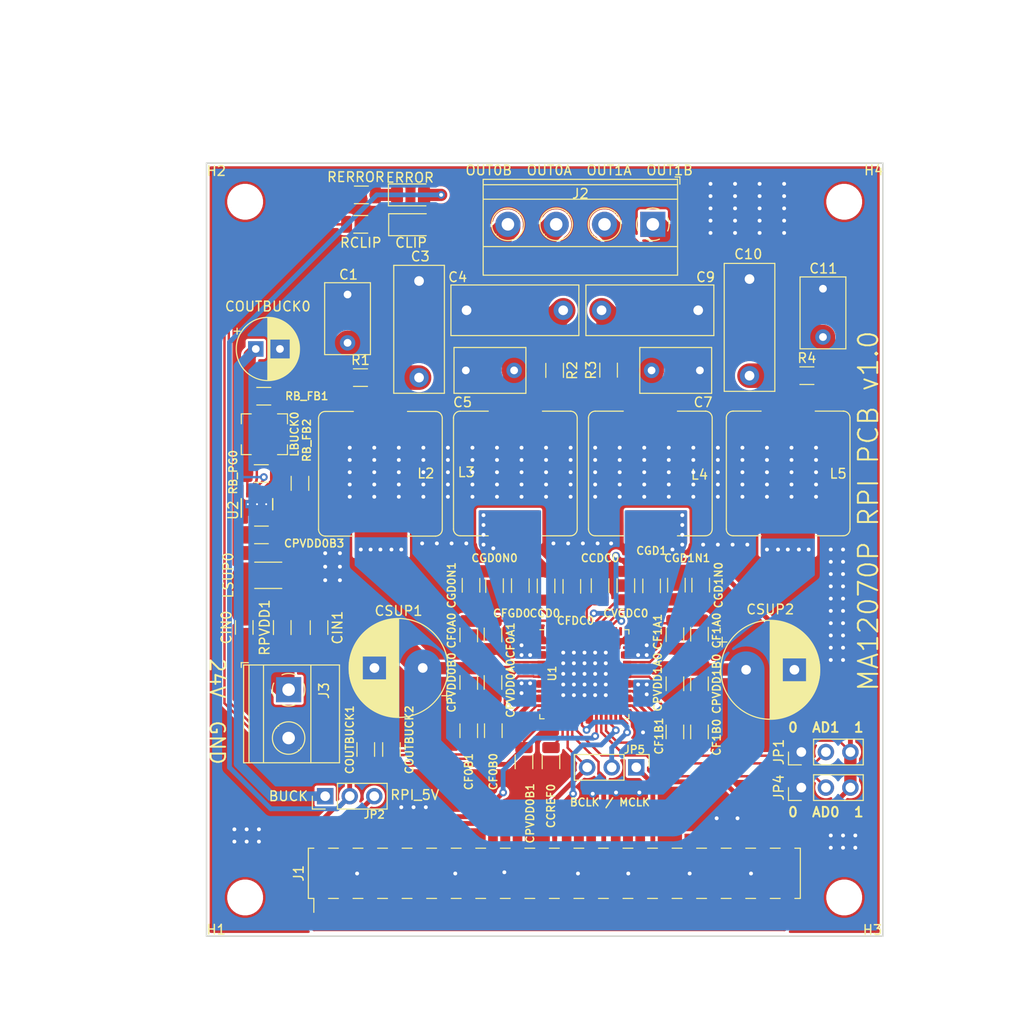
<source format=kicad_pcb>
(kicad_pcb (version 20171130) (host pcbnew 5.1.8)
  (layers (0 F.Cu signal) (31 B.Cu signal) (34 B.Paste user) (35 F.Paste user) (36 B.SilkS user) (37 F.SilkS user) (38 B.Mask user) (39 F.Mask user) (44 Edge.Cuts user))
  (net 0 "")
  (net 1 "Net-(C1-Pad2)")
  (net 2 GND)
  (net 3 "Net-(C3-Pad2)")
  (net 4 "Net-(C4-Pad1)")
  (net 5 "Net-(C5-Pad1)")
  (net 6 "Net-(C7-Pad2)")
  (net 7 "Net-(C9-Pad2)")
  (net 8 "Net-(C10-Pad1)")
  (net 9 "Net-(C11-Pad1)")
  (net 10 "Net-(CCDC0-Pad1)")
  (net 11 "Net-(CCREF0-Pad1)")
  (net 12 "Net-(CF0A0-Pad2)")
  (net 13 "Net-(CF0A0-Pad1)")
  (net 14 "Net-(CF0B0-Pad2)")
  (net 15 "Net-(CF0B0-Pad1)")
  (net 16 "Net-(CF1A0-Pad2)")
  (net 17 "Net-(CF1A0-Pad1)")
  (net 18 "Net-(CF1B0-Pad2)")
  (net 19 "Net-(CF1B0-Pad1)")
  (net 20 "Net-(CFDC0-Pad2)")
  (net 21 "Net-(CFDC0-Pad1)")
  (net 22 "Net-(CFGD0-Pad2)")
  (net 23 "Net-(CFGD0-Pad1)")
  (net 24 "Net-(CGD0-Pad2)")
  (net 25 "Net-(CGD1-Pad2)")
  (net 26 "Net-(CIN0-Pad2)")
  (net 27 /PVDD)
  (net 28 /VDD)
  (net 29 "Net-(CLIP_LED_0-Pad1)")
  (net 30 "Net-(CVGDC0-Pad1)")
  (net 31 "Net-(ERROR_LED_0-Pad1)")
  (net 32 /RPI_I2S_DATA)
  (net 33 /RPI_I2S_WS)
  (net 34 /KALI_I2S_MCLK)
  (net 35 /RPI_I2S_BCLK)
  (net 36 /RPI_I2C_SCL)
  (net 37 /RPI_I2C_SDA)
  (net 38 "Net-(J3-Pad1)")
  (net 39 "Net-(JP5-Pad2)")
  (net 40 /OUT0A)
  (net 41 /OUT0B)
  (net 42 /OUT1A)
  (net 43 /OUT1B)
  (net 44 "Net-(LBUCK0-Pad2)")
  (net 45 "Net-(RB_FB1-Pad1)")
  (net 46 "Net-(RB_PG0-Pad1)")
  (net 47 /ERROR)
  (net 48 /CLIP)
  (net 49 "Net-(CGD0-Pad1)")
  (net 50 "Net-(CGD1-Pad1)")
  (net 51 /BUCK_5V)
  (net 52 /RPI_5V)
  (net 53 /AD1)
  (net 54 /AD0)
  (module Connector_PinHeader_2.54mm:PinHeader_1x03_P2.54mm_Vertical (layer F.Cu) (at 153.4795 85.5345 270)
    (fp_text reference JP5 (at -1.8415 0.1905 180) (layer F.SilkS) (effects (font (size 0.8 0.8))))
    (fp_text value Jumper_3_Open)
    (pad 3 thru_hole oval (at 0 5.08 270) (size 1.7 1.7) (drill 1) (layers *.Cu *.Mask) (net 35 /RPI_I2S_BCLK))
    (pad 2 thru_hole oval (at 0 2.54 270) (size 1.7 1.7) (drill 1) (layers *.Cu *.Mask) (net 39 "Net-(JP5-Pad2)"))
    (pad 1 thru_hole rect (at 0 0 270) (size 1.7 1.7) (drill 1) (layers *.Cu *.Mask) (net 34 /KALI_I2S_MCLK))
  )
  (module Connector_PinHeader_2.54mm:PinHeader_1x03_P2.54mm_Vertical (layer F.Cu) (at 170.561 87.63 90)
    (fp_text reference JP4 (at 0 -2.33 90) (layer F.SilkS))
    (fp_text value Jumper_3_Open)
    (pad 3 thru_hole oval (at 0 5.08 90) (size 1.7 1.7) (drill 1) (layers *.Cu *.Mask) (net 28 /VDD))
    (pad 2 thru_hole oval (at 0 2.54 90) (size 1.7 1.7) (drill 1) (layers *.Cu *.Mask) (net 54 /AD0))
    (pad 1 thru_hole rect (at 0 0 90) (size 1.7 1.7) (drill 1) (layers *.Cu *.Mask) (net 2 GND))
  )
  (module Connector_PinHeader_2.54mm:PinHeader_1x03_P2.54mm_Vertical (layer F.Cu) (at 121.285 88.519 90)
    (fp_text reference JP2 (at -1.905 5.08 180) (layer F.SilkS) (effects (font (size 0.8 0.8))))
    (fp_text value Jumper_3_Open)
    (pad 3 thru_hole oval (at 0 5.08 90) (size 1.7 1.7) (drill 1) (layers *.Cu *.Mask) (net 52 /RPI_5V))
    (pad 2 thru_hole oval (at 0 2.54 90) (size 1.7 1.7) (drill 1) (layers *.Cu *.Mask) (net 28 /VDD))
    (pad 1 thru_hole rect (at 0 0 90) (size 1.7 1.7) (drill 1) (layers *.Cu *.Mask) (net 51 /BUCK_5V))
  )
  (module Connector_PinHeader_2.54mm:PinHeader_1x03_P2.54mm_Vertical (layer F.Cu) (at 170.561 83.947 90)
    (fp_text reference JP1 (at 0 -2.33 90) (layer F.SilkS))
    (fp_text value Jumper_3_Open)
    (pad 3 thru_hole oval (at 0 5.08 90) (size 1.7 1.7) (drill 1) (layers *.Cu *.Mask) (net 28 /VDD))
    (pad 2 thru_hole oval (at 0 2.54 90) (size 1.7 1.7) (drill 1) (layers *.Cu *.Mask) (net 53 /AD1))
    (pad 1 thru_hole rect (at 0 0 90) (size 1.7 1.7) (drill 1) (layers *.Cu *.Mask) (net 2 GND))
  )
  (module Connector_PinHeader_2.54mm:PinHeader_2x20_P2.54mm_Vertical_SMD (layer F.Cu) (at 145 96.5 90)
    (fp_text reference J1 (at 0 -26.46 90) (layer F.SilkS))
    (fp_text value RPI_GPIO)
    (pad 40 smd rect (at 2.525 24.13 90) (size 3.15 1) (layers F.Cu F.Paste F.Mask) (net 32 /RPI_I2S_DATA))
    (pad 39 smd rect (at -2.525 24.13 90) (size 3.15 1) (layers F.Cu F.Paste F.Mask) (net 2 GND))
    (pad 38 smd rect (at 2.525 21.59 90) (size 3.15 1) (layers F.Cu F.Paste F.Mask))
    (pad 37 smd rect (at -2.525 21.59 90) (size 3.15 1) (layers F.Cu F.Paste F.Mask))
    (pad 36 smd rect (at 2.525 19.05 90) (size 3.15 1) (layers F.Cu F.Paste F.Mask))
    (pad 35 smd rect (at -2.525 19.05 90) (size 3.15 1) (layers F.Cu F.Paste F.Mask) (net 33 /RPI_I2S_WS))
    (pad 34 smd rect (at 2.525 16.51 90) (size 3.15 1) (layers F.Cu F.Paste F.Mask) (net 2 GND))
    (pad 33 smd rect (at -2.525 16.51 90) (size 3.15 1) (layers F.Cu F.Paste F.Mask))
    (pad 32 smd rect (at 2.525 13.97 90) (size 3.15 1) (layers F.Cu F.Paste F.Mask))
    (pad 31 smd rect (at -2.525 13.97 90) (size 3.15 1) (layers F.Cu F.Paste F.Mask))
    (pad 30 smd rect (at 2.525 11.43 90) (size 3.15 1) (layers F.Cu F.Paste F.Mask) (net 2 GND))
    (pad 29 smd rect (at -2.525 11.43 90) (size 3.15 1) (layers F.Cu F.Paste F.Mask) (net 34 /KALI_I2S_MCLK))
    (pad 28 smd rect (at 2.525 8.89 90) (size 3.15 1) (layers F.Cu F.Paste F.Mask))
    (pad 27 smd rect (at -2.525 8.89 90) (size 3.15 1) (layers F.Cu F.Paste F.Mask))
    (pad 26 smd rect (at 2.525 6.35 90) (size 3.15 1) (layers F.Cu F.Paste F.Mask))
    (pad 25 smd rect (at -2.525 6.35 90) (size 3.15 1) (layers F.Cu F.Paste F.Mask) (net 2 GND))
    (pad 24 smd rect (at 2.525 3.81 90) (size 3.15 1) (layers F.Cu F.Paste F.Mask))
    (pad 23 smd rect (at -2.525 3.81 90) (size 3.15 1) (layers F.Cu F.Paste F.Mask))
    (pad 22 smd rect (at 2.525 1.27 90) (size 3.15 1) (layers F.Cu F.Paste F.Mask))
    (pad 21 smd rect (at -2.525 1.27 90) (size 3.15 1) (layers F.Cu F.Paste F.Mask))
    (pad 20 smd rect (at 2.525 -1.27 90) (size 3.15 1) (layers F.Cu F.Paste F.Mask) (net 2 GND))
    (pad 19 smd rect (at -2.525 -1.27 90) (size 3.15 1) (layers F.Cu F.Paste F.Mask))
    (pad 18 smd rect (at 2.525 -3.81 90) (size 3.15 1) (layers F.Cu F.Paste F.Mask))
    (pad 17 smd rect (at -2.525 -3.81 90) (size 3.15 1) (layers F.Cu F.Paste F.Mask))
    (pad 16 smd rect (at 2.525 -6.35 90) (size 3.15 1) (layers F.Cu F.Paste F.Mask))
    (pad 15 smd rect (at -2.525 -6.35 90) (size 3.15 1) (layers F.Cu F.Paste F.Mask))
    (pad 14 smd rect (at 2.525 -8.89 90) (size 3.15 1) (layers F.Cu F.Paste F.Mask) (net 2 GND))
    (pad 13 smd rect (at -2.525 -8.89 90) (size 3.15 1) (layers F.Cu F.Paste F.Mask))
    (pad 12 smd rect (at 2.525 -11.43 90) (size 3.15 1) (layers F.Cu F.Paste F.Mask) (net 35 /RPI_I2S_BCLK))
    (pad 11 smd rect (at -2.525 -11.43 90) (size 3.15 1) (layers F.Cu F.Paste F.Mask))
    (pad 10 smd rect (at 2.525 -13.97 90) (size 3.15 1) (layers F.Cu F.Paste F.Mask))
    (pad 9 smd rect (at -2.525 -13.97 90) (size 3.15 1) (layers F.Cu F.Paste F.Mask) (net 2 GND))
    (pad 8 smd rect (at 2.525 -16.51 90) (size 3.15 1) (layers F.Cu F.Paste F.Mask))
    (pad 7 smd rect (at -2.525 -16.51 90) (size 3.15 1) (layers F.Cu F.Paste F.Mask))
    (pad 6 smd rect (at 2.525 -19.05 90) (size 3.15 1) (layers F.Cu F.Paste F.Mask) (net 2 GND))
    (pad 5 smd rect (at -2.525 -19.05 90) (size 3.15 1) (layers F.Cu F.Paste F.Mask) (net 36 /RPI_I2C_SCL))
    (pad 4 smd rect (at 2.525 -21.59 90) (size 3.15 1) (layers F.Cu F.Paste F.Mask) (net 52 /RPI_5V))
    (pad 3 smd rect (at -2.525 -21.59 90) (size 3.15 1) (layers F.Cu F.Paste F.Mask) (net 37 /RPI_I2C_SDA))
    (pad 2 smd rect (at 2.525 -24.13 90) (size 3.15 1) (layers F.Cu F.Paste F.Mask) (net 52 /RPI_5V))
    (pad 1 smd rect (at -2.525 -24.13 90) (size 3.15 1) (layers F.Cu F.Paste F.Mask))
  )
  (module Resistor_SMD:R_1206_3216Metric (layer F.Cu) (at 124.966 29.337)
    (fp_text reference RCLIP (at 0.002 1.905) (layer F.SilkS))
    (fp_text value 2k)
    (pad 2 smd roundrect (at 1.4625 0) (size 1.125 1.75) (layers F.Cu F.Paste F.Mask) (roundrect_rratio 0.2222213333333333) (net 29 "Net-(CLIP_LED_0-Pad1)"))
    (pad 1 smd roundrect (at -1.4625 0) (size 1.125 1.75) (layers F.Cu F.Paste F.Mask) (roundrect_rratio 0.2222213333333333) (net 48 /CLIP))
  )
  (module Resistor_SMD:R_1206_3216Metric (layer F.Cu) (at 125.0315 26.289)
    (fp_text reference RERROR (at -0.5715 -1.8415) (layer F.SilkS))
    (fp_text value 2k)
    (pad 2 smd roundrect (at 1.4625 0) (size 1.125 1.75) (layers F.Cu F.Paste F.Mask) (roundrect_rratio 0.2222213333333333) (net 31 "Net-(ERROR_LED_0-Pad1)"))
    (pad 1 smd roundrect (at -1.4625 0) (size 1.125 1.75) (layers F.Cu F.Paste F.Mask) (roundrect_rratio 0.2222213333333333) (net 47 /ERROR))
  )
  (module Resistor_SMD:R_1206_3216Metric (layer F.Cu) (at 114.671 55.126 180)
    (fp_text reference RB_PG0 (at 2.911 0.135 90) (layer F.SilkS) (effects (font (size 0.8 0.8))))
    (fp_text value 100k)
    (pad 2 smd roundrect (at 1.4625 0 180) (size 1.125 1.75) (layers F.Cu F.Paste F.Mask) (roundrect_rratio 0.2222213333333333) (net 51 /BUCK_5V))
    (pad 1 smd roundrect (at -1.4625 0 180) (size 1.125 1.75) (layers F.Cu F.Paste F.Mask) (roundrect_rratio 0.2222213333333333) (net 46 "Net-(RB_PG0-Pad1)"))
  )
  (module Resistor_SMD:R_1206_3216Metric (layer F.Cu) (at 118.6735 56.142 90)
    (fp_text reference RB_FB2 (at 4.453 0.7065 90) (layer F.SilkS) (effects (font (size 0.8 0.8))))
    (fp_text value 383k)
    (pad 2 smd roundrect (at 1.4625 0 90) (size 1.125 1.75) (layers F.Cu F.Paste F.Mask) (roundrect_rratio 0.2222213333333333) (net 45 "Net-(RB_FB1-Pad1)"))
    (pad 1 smd roundrect (at -1.4625 0 90) (size 1.125 1.75) (layers F.Cu F.Paste F.Mask) (roundrect_rratio 0.2222213333333333) (net 2 GND))
  )
  (module Resistor_SMD:R_1206_3216Metric (layer F.Cu) (at 114.929 47.125 180)
    (fp_text reference RB_FB1 (at -4.451 0.008) (layer F.SilkS) (effects (font (size 0.8 0.8))))
    (fp_text value 1M)
    (pad 2 smd roundrect (at 1.4625 0 180) (size 1.125 1.75) (layers F.Cu F.Paste F.Mask) (roundrect_rratio 0.2222213333333333) (net 51 /BUCK_5V))
    (pad 1 smd roundrect (at -1.4625 0 180) (size 1.125 1.75) (layers F.Cu F.Paste F.Mask) (roundrect_rratio 0.2222213333333333) (net 45 "Net-(RB_FB1-Pad1)"))
  )
  (module Resistor_SMD:R_1206_3216Metric (layer F.Cu) (at 171.1375 45)
    (fp_text reference R4 (at 0 -1.82) (layer F.SilkS))
    (fp_text value 3.6)
    (pad 2 smd roundrect (at 1.4625 0) (size 1.125 1.75) (layers F.Cu F.Paste F.Mask) (roundrect_rratio 0.2222213333333333) (net 9 "Net-(C11-Pad1)"))
    (pad 1 smd roundrect (at -1.4625 0) (size 1.125 1.75) (layers F.Cu F.Paste F.Mask) (roundrect_rratio 0.2222213333333333) (net 8 "Net-(C10-Pad1)"))
  )
  (module Resistor_SMD:R_1206_3216Metric (layer F.Cu) (at 150.617 44.428 90)
    (fp_text reference R3 (at 0 -1.82 90) (layer F.SilkS))
    (fp_text value 3.6)
    (pad 2 smd roundrect (at 1.4625 0 90) (size 1.125 1.75) (layers F.Cu F.Paste F.Mask) (roundrect_rratio 0.2222213333333333) (net 7 "Net-(C9-Pad2)"))
    (pad 1 smd roundrect (at -1.4625 0 90) (size 1.125 1.75) (layers F.Cu F.Paste F.Mask) (roundrect_rratio 0.2222213333333333) (net 6 "Net-(C7-Pad2)"))
  )
  (module Resistor_SMD:R_1206_3216Metric (layer F.Cu) (at 145.029 44.454 270)
    (fp_text reference R2 (at 0 -1.82 90) (layer F.SilkS))
    (fp_text value 3.6)
    (pad 2 smd roundrect (at 1.4625 0 270) (size 1.125 1.75) (layers F.Cu F.Paste F.Mask) (roundrect_rratio 0.2222213333333333) (net 5 "Net-(C5-Pad1)"))
    (pad 1 smd roundrect (at -1.4625 0 270) (size 1.125 1.75) (layers F.Cu F.Paste F.Mask) (roundrect_rratio 0.2222213333333333) (net 4 "Net-(C4-Pad1)"))
  )
  (module Resistor_SMD:R_1206_3216Metric (layer F.Cu) (at 124.9375 45.2)
    (fp_text reference R1 (at 0 -1.82) (layer F.SilkS))
    (fp_text value 3.6)
    (pad 2 smd roundrect (at 1.4625 0) (size 1.125 1.75) (layers F.Cu F.Paste F.Mask) (roundrect_rratio 0.2222213333333333) (net 3 "Net-(C3-Pad2)"))
    (pad 1 smd roundrect (at -1.4625 0) (size 1.125 1.75) (layers F.Cu F.Paste F.Mask) (roundrect_rratio 0.2222213333333333) (net 1 "Net-(C1-Pad2)"))
  )
  (module Package_SON:WSON-10-1EP_2x3mm_P0.5mm_EP0.84x2.4mm_ThermalVias (layer F.Cu) (at 114.2285 58.301 90)
    (fp_text reference U2 (at -0.627 -2.4685 90) (layer F.SilkS))
    (fp_text value TPS62175DQC)
    (pad 11 smd rect (at 0 0 90) (size 0.84 2.4) (layers F.Cu F.Mask) (net 2 GND))
    (pad 10 smd rect (at 0.95 -1 90) (size 0.5 0.25) (layers F.Cu F.Paste F.Mask) (net 51 /BUCK_5V))
    (pad 9 smd rect (at 0.95 -0.5 90) (size 0.5 0.25) (layers F.Cu F.Paste F.Mask) (net 44 "Net-(LBUCK0-Pad2)"))
    (pad 8 smd rect (at 0.95 0 90) (size 0.5 0.25) (layers F.Cu F.Paste F.Mask) (net 51 /BUCK_5V))
    (pad 7 smd rect (at 0.95 0.5 90) (size 0.5 0.25) (layers F.Cu F.Paste F.Mask) (net 46 "Net-(RB_PG0-Pad1)"))
    (pad 6 smd rect (at 0.95 1 90) (size 0.5 0.25) (layers F.Cu F.Paste F.Mask) (net 2 GND))
    (pad 5 smd rect (at -0.95 1 90) (size 0.5 0.25) (layers F.Cu F.Paste F.Mask) (net 45 "Net-(RB_FB1-Pad1)"))
    (pad 4 smd rect (at -0.95 0.5 90) (size 0.5 0.25) (layers F.Cu F.Paste F.Mask) (net 2 GND))
    (pad 3 smd rect (at -0.95 0 90) (size 0.5 0.25) (layers F.Cu F.Paste F.Mask) (net 27 /PVDD))
    (pad 2 smd rect (at -0.95 -0.5 90) (size 0.5 0.25) (layers F.Cu F.Paste F.Mask) (net 27 /PVDD))
    (pad 1 smd rect (at -0.95 -1 90) (size 0.5 0.25) (layers F.Cu F.Paste F.Mask) (net 2 GND))
    (pad 11 smd rect (at 0 0 90) (size 0.84 2.4) (layers B.Cu) (net 2 GND))
    (pad 11 thru_hole circle (at 0 0 90) (size 0.5 0.5) (drill 0.2) (layers *.Cu F.Mask) (net 2 GND))
    (pad 11 thru_hole circle (at 0 -0.95 90) (size 0.5 0.5) (drill 0.2) (layers *.Cu F.Mask) (net 2 GND))
    (pad 11 thru_hole circle (at 0 0.95 90) (size 0.5 0.5) (drill 0.2) (layers *.Cu F.Mask) (net 2 GND))
  )
  (module Package_DFN_QFN:QFN-64-1EP_9x9mm_P0.5mm_EP5.45x5.45mm (layer F.Cu) (at 148.105 75.898)
    (fp_text reference U1 (at -3.325 -0.079 90) (layer F.SilkS) (effects (font (size 0.8 0.8))))
    (fp_text value MA12070P)
    (pad 65 smd rect (at 0 0) (size 5.45 5.45) (layers F.Cu F.Mask) (net 2 GND))
    (pad 64 smd roundrect (at -3.75 -4.4375) (size 0.3 0.875) (layers F.Cu F.Paste F.Mask))
    (pad 63 smd roundrect (at -3.25 -4.4375) (size 0.3 0.875) (layers F.Cu F.Paste F.Mask) (net 23 "Net-(CFGD0-Pad1)"))
    (pad 62 smd roundrect (at -2.75 -4.4375) (size 0.3 0.875) (layers F.Cu F.Paste F.Mask) (net 22 "Net-(CFGD0-Pad2)"))
    (pad 61 smd roundrect (at -2.25 -4.4375) (size 0.3 0.875) (layers F.Cu F.Paste F.Mask) (net 24 "Net-(CGD0-Pad2)"))
    (pad 60 smd roundrect (at -1.75 -4.4375) (size 0.3 0.875) (layers F.Cu F.Paste F.Mask) (net 49 "Net-(CGD0-Pad1)"))
    (pad 59 smd roundrect (at -1.25 -4.4375) (size 0.3 0.875) (layers F.Cu F.Paste F.Mask) (net 2 GND))
    (pad 58 smd roundrect (at -0.75 -4.4375) (size 0.3 0.875) (layers F.Cu F.Paste F.Mask) (net 20 "Net-(CFDC0-Pad2)"))
    (pad 57 smd roundrect (at -0.25 -4.4375) (size 0.3 0.875) (layers F.Cu F.Paste F.Mask) (net 21 "Net-(CFDC0-Pad1)"))
    (pad 56 smd roundrect (at 0.25 -4.4375) (size 0.3 0.875) (layers F.Cu F.Paste F.Mask) (net 10 "Net-(CCDC0-Pad1)"))
    (pad 55 smd roundrect (at 0.75 -4.4375) (size 0.3 0.875) (layers F.Cu F.Paste F.Mask) (net 28 /VDD))
    (pad 54 smd roundrect (at 1.25 -4.4375) (size 0.3 0.875) (layers F.Cu F.Paste F.Mask) (net 30 "Net-(CVGDC0-Pad1)"))
    (pad 53 smd roundrect (at 1.75 -4.4375) (size 0.3 0.875) (layers F.Cu F.Paste F.Mask) (net 25 "Net-(CGD1-Pad2)"))
    (pad 52 smd roundrect (at 2.25 -4.4375) (size 0.3 0.875) (layers F.Cu F.Paste F.Mask) (net 50 "Net-(CGD1-Pad1)"))
    (pad 51 smd roundrect (at 2.75 -4.4375) (size 0.3 0.875) (layers F.Cu F.Paste F.Mask) (net 28 /VDD))
    (pad 50 smd roundrect (at 3.25 -4.4375) (size 0.3 0.875) (layers F.Cu F.Paste F.Mask) (net 2 GND))
    (pad 49 smd roundrect (at 3.75 -4.4375) (size 0.3 0.875) (layers F.Cu F.Paste F.Mask))
    (pad 48 smd roundrect (at 4.4375 -3.75) (size 0.875 0.3) (layers F.Cu F.Paste F.Mask) (net 2 GND))
    (pad 47 smd roundrect (at 4.4375 -3.25) (size 0.875 0.3) (layers F.Cu F.Paste F.Mask) (net 2 GND))
    (pad 46 smd roundrect (at 4.4375 -2.75) (size 0.875 0.3) (layers F.Cu F.Paste F.Mask) (net 16 "Net-(CF1A0-Pad2)"))
    (pad 45 smd roundrect (at 4.4375 -2.25) (size 0.875 0.3) (layers F.Cu F.Paste F.Mask) (net 42 /OUT1A))
    (pad 44 smd roundrect (at 4.4375 -1.75) (size 0.875 0.3) (layers F.Cu F.Paste F.Mask) (net 42 /OUT1A))
    (pad 43 smd roundrect (at 4.4375 -1.25) (size 0.875 0.3) (layers F.Cu F.Paste F.Mask) (net 17 "Net-(CF1A0-Pad1)"))
    (pad 42 smd roundrect (at 4.4375 -0.75) (size 0.875 0.3) (layers F.Cu F.Paste F.Mask) (net 27 /PVDD))
    (pad 41 smd roundrect (at 4.4375 -0.25) (size 0.875 0.3) (layers F.Cu F.Paste F.Mask) (net 27 /PVDD))
    (pad 40 smd roundrect (at 4.4375 0.25) (size 0.875 0.3) (layers F.Cu F.Paste F.Mask) (net 19 "Net-(CF1B0-Pad1)"))
    (pad 39 smd roundrect (at 4.4375 0.75) (size 0.875 0.3) (layers F.Cu F.Paste F.Mask) (net 43 /OUT1B))
    (pad 38 smd roundrect (at 4.4375 1.25) (size 0.875 0.3) (layers F.Cu F.Paste F.Mask) (net 43 /OUT1B))
    (pad 37 smd roundrect (at 4.4375 1.75) (size 0.875 0.3) (layers F.Cu F.Paste F.Mask) (net 18 "Net-(CF1B0-Pad2)"))
    (pad 36 smd roundrect (at 4.4375 2.25) (size 0.875 0.3) (layers F.Cu F.Paste F.Mask) (net 2 GND))
    (pad 35 smd roundrect (at 4.4375 2.75) (size 0.875 0.3) (layers F.Cu F.Paste F.Mask) (net 2 GND))
    (pad 34 smd roundrect (at 4.4375 3.25) (size 0.875 0.3) (layers F.Cu F.Paste F.Mask) (net 28 /VDD))
    (pad 33 smd roundrect (at 4.4375 3.75) (size 0.875 0.3) (layers F.Cu F.Paste F.Mask) (net 2 GND))
    (pad 32 smd roundrect (at 3.75 4.4375) (size 0.3 0.875) (layers F.Cu F.Paste F.Mask) (net 39 "Net-(JP5-Pad2)"))
    (pad 31 smd roundrect (at 3.25 4.4375) (size 0.3 0.875) (layers F.Cu F.Paste F.Mask) (net 2 GND))
    (pad 30 smd roundrect (at 2.75 4.4375) (size 0.3 0.875) (layers F.Cu F.Paste F.Mask) (net 37 /RPI_I2C_SDA))
    (pad 29 smd roundrect (at 2.25 4.4375) (size 0.3 0.875) (layers F.Cu F.Paste F.Mask) (net 53 /AD1))
    (pad 28 smd roundrect (at 1.75 4.4375) (size 0.3 0.875) (layers F.Cu F.Paste F.Mask) (net 54 /AD0))
    (pad 27 smd roundrect (at 1.25 4.4375) (size 0.3 0.875) (layers F.Cu F.Paste F.Mask) (net 36 /RPI_I2C_SCL))
    (pad 26 smd roundrect (at 0.75 4.4375) (size 0.3 0.875) (layers F.Cu F.Paste F.Mask) (net 2 GND))
    (pad 25 smd roundrect (at 0.25 4.4375) (size 0.3 0.875) (layers F.Cu F.Paste F.Mask) (net 2 GND))
    (pad 24 smd roundrect (at -0.25 4.4375) (size 0.3 0.875) (layers F.Cu F.Paste F.Mask) (net 39 "Net-(JP5-Pad2)"))
    (pad 23 smd roundrect (at -0.75 4.4375) (size 0.3 0.875) (layers F.Cu F.Paste F.Mask) (net 32 /RPI_I2S_DATA))
    (pad 22 smd roundrect (at -1.25 4.4375) (size 0.3 0.875) (layers F.Cu F.Paste F.Mask) (net 33 /RPI_I2S_WS))
    (pad 21 smd roundrect (at -1.75 4.4375) (size 0.3 0.875) (layers F.Cu F.Paste F.Mask) (net 35 /RPI_I2S_BCLK))
    (pad 20 smd roundrect (at -2.25 4.4375) (size 0.3 0.875) (layers F.Cu F.Paste F.Mask) (net 11 "Net-(CCREF0-Pad1)"))
    (pad 19 smd roundrect (at -2.75 4.4375) (size 0.3 0.875) (layers F.Cu F.Paste F.Mask) (net 2 GND))
    (pad 18 smd roundrect (at -3.25 4.4375) (size 0.3 0.875) (layers F.Cu F.Paste F.Mask))
    (pad 17 smd roundrect (at -3.75 4.4375) (size 0.3 0.875) (layers F.Cu F.Paste F.Mask) (net 28 /VDD))
    (pad 16 smd roundrect (at -4.4375 3.75) (size 0.875 0.3) (layers F.Cu F.Paste F.Mask) (net 47 /ERROR))
    (pad 15 smd roundrect (at -4.4375 3.25) (size 0.875 0.3) (layers F.Cu F.Paste F.Mask) (net 48 /CLIP))
    (pad 14 smd roundrect (at -4.4375 2.75) (size 0.875 0.3) (layers F.Cu F.Paste F.Mask) (net 2 GND))
    (pad 13 smd roundrect (at -4.4375 2.25) (size 0.875 0.3) (layers F.Cu F.Paste F.Mask) (net 2 GND))
    (pad 12 smd roundrect (at -4.4375 1.75) (size 0.875 0.3) (layers F.Cu F.Paste F.Mask) (net 14 "Net-(CF0B0-Pad2)"))
    (pad 11 smd roundrect (at -4.4375 1.25) (size 0.875 0.3) (layers F.Cu F.Paste F.Mask) (net 41 /OUT0B))
    (pad 10 smd roundrect (at -4.4375 0.75) (size 0.875 0.3) (layers F.Cu F.Paste F.Mask) (net 41 /OUT0B))
    (pad 9 smd roundrect (at -4.4375 0.25) (size 0.875 0.3) (layers F.Cu F.Paste F.Mask) (net 15 "Net-(CF0B0-Pad1)"))
    (pad 8 smd roundrect (at -4.4375 -0.25) (size 0.875 0.3) (layers F.Cu F.Paste F.Mask) (net 27 /PVDD))
    (pad 7 smd roundrect (at -4.4375 -0.75) (size 0.875 0.3) (layers F.Cu F.Paste F.Mask) (net 27 /PVDD))
    (pad 6 smd roundrect (at -4.4375 -1.25) (size 0.875 0.3) (layers F.Cu F.Paste F.Mask) (net 13 "Net-(CF0A0-Pad1)"))
    (pad 5 smd roundrect (at -4.4375 -1.75) (size 0.875 0.3) (layers F.Cu F.Paste F.Mask) (net 40 /OUT0A))
    (pad 4 smd roundrect (at -4.4375 -2.25) (size 0.875 0.3) (layers F.Cu F.Paste F.Mask) (net 40 /OUT0A))
    (pad 3 smd roundrect (at -4.4375 -2.75) (size 0.875 0.3) (layers F.Cu F.Paste F.Mask) (net 12 "Net-(CF0A0-Pad2)"))
    (pad 2 smd roundrect (at -4.4375 -3.25) (size 0.875 0.3) (layers F.Cu F.Paste F.Mask) (net 2 GND))
    (pad 1 smd roundrect (at -4.4375 -3.75) (size 0.875 0.3) (layers F.Cu F.Paste F.Mask) (net 2 GND))
  )
  (module Resistor_SMD:R_1206_3216Metric (layer F.Cu) (at 116.84 71.0675 90)
    (fp_text reference RPVDD1 (at 0 -1.82 90) (layer F.SilkS))
    (fp_text value 0.1R)
    (pad 2 smd roundrect (at 1.4625 0 90) (size 1.125 1.75) (layers F.Cu F.Paste F.Mask) (roundrect_rratio 0.2222213333333333) (net 26 "Net-(CIN0-Pad2)"))
    (pad 1 smd roundrect (at -1.4625 0 90) (size 1.125 1.75) (layers F.Cu F.Paste F.Mask) (roundrect_rratio 0.2222213333333333) (net 38 "Net-(J3-Pad1)"))
  )
  (module Inductor_SMD:L_2010_5025Metric_Pad1.52x2.65mm_HandSolder (layer F.Cu) (at 115.3915 65.659 180)
    (fp_text reference LSUP0 (at 4.1395 0 90) (layer F.SilkS))
    (fp_text value "Ferrite 2743019447")
    (pad 2 smd roundrect (at 2.3375 0 180) (size 1.525 2.65) (layers F.Cu F.Paste F.Mask) (roundrect_rratio 0.1639337704918033) (net 26 "Net-(CIN0-Pad2)"))
    (pad 1 smd roundrect (at -2.3375 0 180) (size 1.525 2.65) (layers F.Cu F.Paste F.Mask) (roundrect_rratio 0.1639337704918033) (net 27 /PVDD))
  )
  (module Inductor_SMD:L_Bourns-SRN4018 (layer F.Cu) (at 114.9915 51.062)
    (fp_text reference LBUCK0 (at 3.1185 -0.008 90) (layer F.SilkS) (effects (font (size 0.8 0.8))))
    (fp_text value SRN4026-100M)
    (pad 2 smd rect (at 1.525 0) (size 1.5 3.6) (layers F.Cu F.Paste F.Mask) (net 44 "Net-(LBUCK0-Pad2)"))
    (pad 1 smd rect (at -1.525 0) (size 1.5 3.6) (layers F.Cu F.Paste F.Mask) (net 51 /BUCK_5V))
  )
  (module TerminalBlock_Phoenix:TerminalBlock_Phoenix_MKDS-1,5-2_1x02_P5.00mm_Horizontal (layer F.Cu) (at 117.5 77.5 270)
    (fp_text reference J3 (at 0.097 -3.658 90) (layer F.SilkS))
    (fp_text value Screw_Terminal_01x02)
    (pad 2 thru_hole circle (at 5 0 270) (size 2.6 2.6) (drill 1.3) (layers *.Cu *.Mask) (net 2 GND))
    (pad 1 thru_hole rect (at 0 0 270) (size 2.6 2.6) (drill 1.3) (layers *.Cu *.Mask) (net 38 "Net-(J3-Pad1)"))
  )
  (module LED_SMD:LED_1206_3216Metric (layer F.Cu) (at 130.1145 26.289)
    (fp_text reference ERROR (at -0.0665 -1.778) (layer F.SilkS))
    (fp_text value LED)
    (pad 2 smd roundrect (at 1.4 0) (size 1.25 1.75) (layers F.Cu F.Paste F.Mask) (roundrect_rratio 0.2) (net 28 /VDD))
    (pad 1 smd roundrect (at -1.4 0) (size 1.25 1.75) (layers F.Cu F.Paste F.Mask) (roundrect_rratio 0.2) (net 31 "Net-(ERROR_LED_0-Pad1)"))
  )
  (module Capacitor_SMD:C_1206_3216Metric (layer F.Cu) (at 152.4 66.724 90)
    (fp_text reference CVGDC0 (at -2.872 0 180) (layer F.SilkS) (effects (font (size 0.8 0.8))))
    (fp_text value 1uF)
    (pad 2 smd roundrect (at 1.475 0 90) (size 1.15 1.8) (layers F.Cu F.Paste F.Mask) (roundrect_rratio 0.2173904347826087) (net 28 /VDD))
    (pad 1 smd roundrect (at -1.475 0 90) (size 1.15 1.8) (layers F.Cu F.Paste F.Mask) (roundrect_rratio 0.2173904347826087) (net 30 "Net-(CVGDC0-Pad1)"))
  )
  (module Capacitor_THT:CP_Radial_D10.0mm_P5.00mm (layer F.Cu) (at 164.846 75.438)
    (fp_text reference CSUP2 (at 2.5 -6.25) (layer F.SilkS))
    (fp_text value 330uF/35V)
    (pad 2 thru_hole circle (at 5 0) (size 2 2) (drill 1) (layers *.Cu *.Mask) (net 2 GND))
    (pad 1 thru_hole rect (at 0 0) (size 2 2) (drill 1) (layers *.Cu *.Mask) (net 27 /PVDD))
  )
  (module Capacitor_THT:CP_Radial_D10.0mm_P5.00mm (layer F.Cu) (at 131.3815 75.2475 180)
    (fp_text reference CSUP1 (at 2.5 5.9055) (layer F.SilkS))
    (fp_text value 330uF/35V)
    (pad 2 thru_hole circle (at 5 0 180) (size 2 2) (drill 1) (layers *.Cu *.Mask) (net 2 GND))
    (pad 1 thru_hole rect (at 0 0 180) (size 2 2) (drill 1) (layers *.Cu *.Mask) (net 27 /PVDD))
  )
  (module Capacitor_SMD:C_1206_3216Metric (layer F.Cu) (at 160.02 76.884 270)
    (fp_text reference CPVDD1B0 (at 0 -1.778 90) (layer F.SilkS) (effects (font (size 0.8 0.8))))
    (fp_text value 1uF)
    (pad 2 smd roundrect (at 1.475 0 270) (size 1.15 1.8) (layers F.Cu F.Paste F.Mask) (roundrect_rratio 0.2173904347826087) (net 2 GND))
    (pad 1 smd roundrect (at -1.475 0 270) (size 1.15 1.8) (layers F.Cu F.Paste F.Mask) (roundrect_rratio 0.2173904347826087) (net 27 /PVDD))
  )
  (module Capacitor_SMD:C_1206_3216Metric (layer F.Cu) (at 157.48 76.884 270)
    (fp_text reference CPVDD1A0 (at -0.176 1.778 90) (layer F.SilkS) (effects (font (size 0.8 0.8))))
    (fp_text value 0.1uF)
    (pad 2 smd roundrect (at 1.475 0 270) (size 1.15 1.8) (layers F.Cu F.Paste F.Mask) (roundrect_rratio 0.2173904347826087) (net 2 GND))
    (pad 1 smd roundrect (at -1.475 0 270) (size 1.15 1.8) (layers F.Cu F.Paste F.Mask) (roundrect_rratio 0.2173904347826087) (net 27 /PVDD))
  )
  (module Capacitor_SMD:C_1206_3216Metric (layer F.Cu) (at 114.6875 61.476)
    (fp_text reference CPVDD0B3 (at 5.4545 0.881) (layer F.SilkS) (effects (font (size 0.8 0.8))))
    (fp_text value 1uF)
    (pad 2 smd roundrect (at 1.475 0) (size 1.15 1.8) (layers F.Cu F.Paste F.Mask) (roundrect_rratio 0.2173904347826087) (net 2 GND))
    (pad 1 smd roundrect (at -1.475 0) (size 1.15 1.8) (layers F.Cu F.Paste F.Mask) (roundrect_rratio 0.2173904347826087) (net 27 /PVDD))
  )
  (module Capacitor_SMD:C_1206_3216Metric (layer F.Cu) (at 141.859 84.963 270)
    (fp_text reference CPVDD0B1 (at 5.334 -0.635 90) (layer F.SilkS) (effects (font (size 0.8 0.8))))
    (fp_text value 1uF)
    (pad 2 smd roundrect (at 1.475 0 270) (size 1.15 1.8) (layers F.Cu F.Paste F.Mask) (roundrect_rratio 0.2173904347826087) (net 2 GND))
    (pad 1 smd roundrect (at -1.475 0 270) (size 1.15 1.8) (layers F.Cu F.Paste F.Mask) (roundrect_rratio 0.2173904347826087) (net 28 /VDD))
  )
  (module Capacitor_SMD:C_1206_3216Metric (layer F.Cu) (at 136.144 76.749 270)
    (fp_text reference CPVDD0B0 (at 0 1.778 90) (layer F.SilkS) (effects (font (size 0.8 0.8))))
    (fp_text value 1uF)
    (pad 2 smd roundrect (at 1.475 0 270) (size 1.15 1.8) (layers F.Cu F.Paste F.Mask) (roundrect_rratio 0.2173904347826087) (net 2 GND))
    (pad 1 smd roundrect (at -1.475 0 270) (size 1.15 1.8) (layers F.Cu F.Paste F.Mask) (roundrect_rratio 0.2173904347826087) (net 27 /PVDD))
  )
  (module Capacitor_SMD:C_1206_3216Metric (layer F.Cu) (at 138.651 76.749 270)
    (fp_text reference CPVDD0A0 (at 0.594 -1.811 90) (layer F.SilkS) (effects (font (size 0.8 0.8))))
    (fp_text value 0.1uF)
    (pad 2 smd roundrect (at 1.475 0 270) (size 1.15 1.8) (layers F.Cu F.Paste F.Mask) (roundrect_rratio 0.2173904347826087) (net 2 GND))
    (pad 1 smd roundrect (at -1.475 0 270) (size 1.15 1.8) (layers F.Cu F.Paste F.Mask) (roundrect_rratio 0.2173904347826087) (net 27 /PVDD))
  )
  (module Capacitor_SMD:C_1206_3216Metric (layer F.Cu) (at 128.143 83.6865 270)
    (fp_text reference COUTBUCK2 (at -1.0095 -1.85 90) (layer F.SilkS) (effects (font (size 0.8 0.8))))
    (fp_text value 0.1uF)
    (pad 2 smd roundrect (at 1.475 0 270) (size 1.15 1.8) (layers F.Cu F.Paste F.Mask) (roundrect_rratio 0.2173904347826087) (net 28 /VDD))
    (pad 1 smd roundrect (at -1.475 0 270) (size 1.15 1.8) (layers F.Cu F.Paste F.Mask) (roundrect_rratio 0.2173904347826087) (net 2 GND))
  )
  (module Capacitor_SMD:C_1206_3216Metric (layer F.Cu) (at 125.484 83.6865 270)
    (fp_text reference COUTBUCK1 (at -1.0095 1.659 90) (layer F.SilkS) (effects (font (size 0.8 0.8))))
    (fp_text value 1uF)
    (pad 2 smd roundrect (at 1.475 0 270) (size 1.15 1.8) (layers F.Cu F.Paste F.Mask) (roundrect_rratio 0.2173904347826087) (net 28 /VDD))
    (pad 1 smd roundrect (at -1.475 0 270) (size 1.15 1.8) (layers F.Cu F.Paste F.Mask) (roundrect_rratio 0.2173904347826087) (net 2 GND))
  )
  (module Capacitor_THT:CP_Radial_D6.3mm_P2.50mm (layer F.Cu) (at 114.1015 42.2355)
    (fp_text reference COUTBUCK0 (at 1.25 -4.4) (layer F.SilkS))
    (fp_text value 22uF)
    (pad 2 thru_hole circle (at 2.5 0) (size 1.6 1.6) (drill 0.8) (layers *.Cu *.Mask) (net 2 GND))
    (pad 1 thru_hole rect (at 0 0) (size 1.6 1.6) (drill 0.8) (layers *.Cu *.Mask) (net 51 /BUCK_5V))
  )
  (module LED_SMD:LED_1206_3216Metric (layer F.Cu) (at 130.1415 29.377)
    (fp_text reference CLIP (at 0.0335 1.865) (layer F.SilkS))
    (fp_text value LED)
    (pad 2 smd roundrect (at 1.4 0) (size 1.25 1.75) (layers F.Cu F.Paste F.Mask) (roundrect_rratio 0.2) (net 28 /VDD))
    (pad 1 smd roundrect (at -1.4 0) (size 1.25 1.75) (layers F.Cu F.Paste F.Mask) (roundrect_rratio 0.2) (net 29 "Net-(CLIP_LED_0-Pad1)"))
  )
  (module Capacitor_SMD:C_1206_3216Metric (layer F.Cu) (at 120.65 71.071 90)
    (fp_text reference CIN1 (at 0 1.905 90) (layer F.SilkS))
    (fp_text value 22nF)
    (pad 2 smd roundrect (at 1.475 0 90) (size 1.15 1.8) (layers F.Cu F.Paste F.Mask) (roundrect_rratio 0.2173904347826087) (net 27 /PVDD))
    (pad 1 smd roundrect (at -1.475 0 90) (size 1.15 1.8) (layers F.Cu F.Paste F.Mask) (roundrect_rratio 0.2173904347826087) (net 2 GND))
  )
  (module Capacitor_SMD:C_1206_3216Metric (layer F.Cu) (at 112.906 71.055 90)
    (fp_text reference CIN0 (at 0 -1.85 90) (layer F.SilkS))
    (fp_text value 22nF)
    (pad 2 smd roundrect (at 1.475 0 90) (size 1.15 1.8) (layers F.Cu F.Paste F.Mask) (roundrect_rratio 0.2173904347826087) (net 26 "Net-(CIN0-Pad2)"))
    (pad 1 smd roundrect (at -1.475 0 90) (size 1.15 1.8) (layers F.Cu F.Paste F.Mask) (roundrect_rratio 0.2173904347826087) (net 2 GND))
  )
  (module Capacitor_SMD:C_1206_3216Metric (layer F.Cu) (at 157.632 66.676 90)
    (fp_text reference CGD1N1 (at 2.795 1.118 180) (layer F.SilkS) (effects (font (size 0.8 0.8))))
    (fp_text value 1uF)
    (pad 2 smd roundrect (at 1.475 0 90) (size 1.15 1.8) (layers F.Cu F.Paste F.Mask) (roundrect_rratio 0.2173904347826087) (net 2 GND))
    (pad 1 smd roundrect (at -1.475 0 90) (size 1.15 1.8) (layers F.Cu F.Paste F.Mask) (roundrect_rratio 0.2173904347826087) (net 50 "Net-(CGD1-Pad1)"))
  )
  (module Capacitor_SMD:C_1206_3216Metric (layer F.Cu) (at 160.147 66.675 270)
    (fp_text reference CGD1N0 (at 0 -1.85 90) (layer F.SilkS) (effects (font (size 0.8 0.8))))
    (fp_text value 0.1uF)
    (pad 2 smd roundrect (at 1.475 0 270) (size 1.15 1.8) (layers F.Cu F.Paste F.Mask) (roundrect_rratio 0.2173904347826087) (net 50 "Net-(CGD1-Pad1)"))
    (pad 1 smd roundrect (at -1.475 0 270) (size 1.15 1.8) (layers F.Cu F.Paste F.Mask) (roundrect_rratio 0.2173904347826087) (net 2 GND))
  )
  (module Capacitor_SMD:C_1206_3216Metric (layer F.Cu) (at 136.377 66.69 270)
    (fp_text reference CGD0N1 (at 0 2.011 90) (layer F.SilkS) (effects (font (size 0.8 0.8))))
    (fp_text value 1uF)
    (pad 2 smd roundrect (at 1.475 0 270) (size 1.15 1.8) (layers F.Cu F.Paste F.Mask) (roundrect_rratio 0.2173904347826087) (net 2 GND))
    (pad 1 smd roundrect (at -1.475 0 270) (size 1.15 1.8) (layers F.Cu F.Paste F.Mask) (roundrect_rratio 0.2173904347826087) (net 49 "Net-(CGD0-Pad1)"))
  )
  (module Capacitor_SMD:C_1206_3216Metric (layer F.Cu) (at 138.811 66.724 90)
    (fp_text reference CGD0N0 (at 2.843 0 180) (layer F.SilkS) (effects (font (size 0.8 0.8))))
    (fp_text value 0.1uF)
    (pad 2 smd roundrect (at 1.475 0 90) (size 1.15 1.8) (layers F.Cu F.Paste F.Mask) (roundrect_rratio 0.2173904347826087) (net 49 "Net-(CGD0-Pad1)"))
    (pad 1 smd roundrect (at -1.475 0 90) (size 1.15 1.8) (layers F.Cu F.Paste F.Mask) (roundrect_rratio 0.2173904347826087) (net 2 GND))
  )
  (module Capacitor_SMD:C_1206_3216Metric (layer F.Cu) (at 155.067 66.753 90)
    (fp_text reference CGD1 (at 3.634 0 180) (layer F.SilkS) (effects (font (size 0.8 0.8))))
    (fp_text value 1uF)
    (pad 2 smd roundrect (at 1.475 0 90) (size 1.15 1.8) (layers F.Cu F.Paste F.Mask) (roundrect_rratio 0.2173904347826087) (net 25 "Net-(CGD1-Pad2)"))
    (pad 1 smd roundrect (at -1.475 0 90) (size 1.15 1.8) (layers F.Cu F.Paste F.Mask) (roundrect_rratio 0.2173904347826087) (net 50 "Net-(CGD1-Pad1)"))
  )
  (module Capacitor_SMD:C_1206_3216Metric (layer F.Cu) (at 144.145 66.753 270)
    (fp_text reference CGD0 (at 2.843 0.127 180) (layer F.SilkS) (effects (font (size 0.8 0.8))))
    (fp_text value 1uF)
    (pad 2 smd roundrect (at 1.475 0 270) (size 1.15 1.8) (layers F.Cu F.Paste F.Mask) (roundrect_rratio 0.2173904347826087) (net 24 "Net-(CGD0-Pad2)"))
    (pad 1 smd roundrect (at -1.475 0 270) (size 1.15 1.8) (layers F.Cu F.Paste F.Mask) (roundrect_rratio 0.2173904347826087) (net 49 "Net-(CGD0-Pad1)"))
  )
  (module Capacitor_SMD:C_1206_3216Metric (layer F.Cu) (at 141.478 66.724 90)
    (fp_text reference CFGD0 (at -2.872 -0.889 180) (layer F.SilkS) (effects (font (size 0.8 0.8))))
    (fp_text value 0.1uF)
    (pad 1 smd roundrect (at -1.475 0 90) (size 1.15 1.8) (layers F.Cu F.Paste F.Mask) (roundrect_rratio 0.2173904347826087) (net 23 "Net-(CFGD0-Pad1)"))
    (pad 2 smd roundrect (at 1.475 0 90) (size 1.15 1.8) (layers F.Cu F.Paste F.Mask) (roundrect_rratio 0.2173904347826087) (net 22 "Net-(CFGD0-Pad2)"))
  )
  (module Capacitor_SMD:C_1206_3216Metric (layer F.Cu) (at 146.812 66.802 270)
    (fp_text reference CFDC0 (at 3.556 -0.381 180) (layer F.SilkS) (effects (font (size 0.8 0.8))))
    (fp_text value 1uF)
    (pad 2 smd roundrect (at 1.475 0 270) (size 1.15 1.8) (layers F.Cu F.Paste F.Mask) (roundrect_rratio 0.2173904347826087) (net 20 "Net-(CFDC0-Pad2)"))
    (pad 1 smd roundrect (at -1.475 0 270) (size 1.15 1.8) (layers F.Cu F.Paste F.Mask) (roundrect_rratio 0.2173904347826087) (net 21 "Net-(CFDC0-Pad1)"))
  )
  (module Capacitor_SMD:C_1206_3216Metric (layer F.Cu) (at 157.48 81.866 270)
    (fp_text reference CF1B1 (at 0.43 1.651 90) (layer F.SilkS) (effects (font (size 0.8 0.8))))
    (fp_text value 10uF)
    (pad 2 smd roundrect (at 1.475 0 270) (size 1.15 1.8) (layers F.Cu F.Paste F.Mask) (roundrect_rratio 0.2173904347826087) (net 18 "Net-(CF1B0-Pad2)"))
    (pad 1 smd roundrect (at -1.475 0 270) (size 1.15 1.8) (layers F.Cu F.Paste F.Mask) (roundrect_rratio 0.2173904347826087) (net 19 "Net-(CF1B0-Pad1)"))
  )
  (module Capacitor_SMD:C_1206_3216Metric (layer F.Cu) (at 160.02 81.866 270)
    (fp_text reference CF1B0 (at 0.557 -1.778 90) (layer F.SilkS) (effects (font (size 0.8 0.8))))
    (fp_text value 10uF)
    (pad 2 smd roundrect (at 1.475 0 270) (size 1.15 1.8) (layers F.Cu F.Paste F.Mask) (roundrect_rratio 0.2173904347826087) (net 18 "Net-(CF1B0-Pad2)"))
    (pad 1 smd roundrect (at -1.475 0 270) (size 1.15 1.8) (layers F.Cu F.Paste F.Mask) (roundrect_rratio 0.2173904347826087) (net 19 "Net-(CF1B0-Pad1)"))
  )
  (module Capacitor_SMD:C_1206_3216Metric (layer F.Cu) (at 157.48 71.804 90)
    (fp_text reference CF1A1 (at 0.303 -1.778 90) (layer F.SilkS) (effects (font (size 0.8 0.8))))
    (fp_text value 10uF)
    (pad 2 smd roundrect (at 1.475 0 90) (size 1.15 1.8) (layers F.Cu F.Paste F.Mask) (roundrect_rratio 0.2173904347826087) (net 16 "Net-(CF1A0-Pad2)"))
    (pad 1 smd roundrect (at -1.475 0 90) (size 1.15 1.8) (layers F.Cu F.Paste F.Mask) (roundrect_rratio 0.2173904347826087) (net 17 "Net-(CF1A0-Pad1)"))
  )
  (module Capacitor_SMD:C_1206_3216Metric (layer F.Cu) (at 160.02 71.755 90)
    (fp_text reference CF1A0 (at 0.381 1.778 90) (layer F.SilkS) (effects (font (size 0.8 0.8))))
    (fp_text value 10uF)
    (pad 2 smd roundrect (at 1.475 0 90) (size 1.15 1.8) (layers F.Cu F.Paste F.Mask) (roundrect_rratio 0.2173904347826087) (net 16 "Net-(CF1A0-Pad2)"))
    (pad 1 smd roundrect (at -1.475 0 90) (size 1.15 1.8) (layers F.Cu F.Paste F.Mask) (roundrect_rratio 0.2173904347826087) (net 17 "Net-(CF1A0-Pad1)"))
  )
  (module Capacitor_SMD:C_1206_3216Metric (layer F.Cu) (at 136.144 81.749 270)
    (fp_text reference CF0B1 (at 4.23 0 90) (layer F.SilkS) (effects (font (size 0.8 0.8))))
    (fp_text value 10uF)
    (pad 2 smd roundrect (at 1.475 0 270) (size 1.15 1.8) (layers F.Cu F.Paste F.Mask) (roundrect_rratio 0.2173904347826087) (net 14 "Net-(CF0B0-Pad2)"))
    (pad 1 smd roundrect (at -1.475 0 270) (size 1.15 1.8) (layers F.Cu F.Paste F.Mask) (roundrect_rratio 0.2173904347826087) (net 15 "Net-(CF0B0-Pad1)"))
  )
  (module Capacitor_SMD:C_1206_3216Metric (layer F.Cu) (at 138.684 81.739 270)
    (fp_text reference CF0B0 (at 4.24 0 90) (layer F.SilkS) (effects (font (size 0.8 0.8))))
    (fp_text value 10uF)
    (pad 2 smd roundrect (at 1.475 0 270) (size 1.15 1.8) (layers F.Cu F.Paste F.Mask) (roundrect_rratio 0.2173904347826087) (net 14 "Net-(CF0B0-Pad2)"))
    (pad 1 smd roundrect (at -1.475 0 270) (size 1.15 1.8) (layers F.Cu F.Paste F.Mask) (roundrect_rratio 0.2173904347826087) (net 15 "Net-(CF0B0-Pad1)"))
  )
  (module Capacitor_SMD:C_1206_3216Metric (layer F.Cu) (at 138.651 71.833 90)
    (fp_text reference CF0A1 (at -0.557 1.811 90) (layer F.SilkS) (effects (font (size 0.8 0.8))))
    (fp_text value 10uF)
    (pad 2 smd roundrect (at 1.475 0 90) (size 1.15 1.8) (layers F.Cu F.Paste F.Mask) (roundrect_rratio 0.2173904347826087) (net 12 "Net-(CF0A0-Pad2)"))
    (pad 1 smd roundrect (at -1.475 0 90) (size 1.15 1.8) (layers F.Cu F.Paste F.Mask) (roundrect_rratio 0.2173904347826087) (net 13 "Net-(CF0A0-Pad1)"))
  )
  (module Capacitor_SMD:C_1206_3216Metric (layer F.Cu) (at 136.144 71.833 90)
    (fp_text reference CF0A0 (at 0.459 -1.778 90) (layer F.SilkS) (effects (font (size 0.8 0.8))))
    (fp_text value 10uF)
    (pad 2 smd roundrect (at 1.475 0 90) (size 1.15 1.8) (layers F.Cu F.Paste F.Mask) (roundrect_rratio 0.2173904347826087) (net 12 "Net-(CF0A0-Pad2)"))
    (pad 1 smd roundrect (at -1.475 0 90) (size 1.15 1.8) (layers F.Cu F.Paste F.Mask) (roundrect_rratio 0.2173904347826087) (net 13 "Net-(CF0A0-Pad1)"))
  )
  (module Capacitor_SMD:C_1206_3216Metric (layer F.Cu) (at 144.653 84.963 270)
    (fp_text reference CCREF0 (at 4.572 0 90) (layer F.SilkS) (effects (font (size 0.8 0.8))))
    (fp_text value 1uF)
    (pad 2 smd roundrect (at 1.475 0 270) (size 1.15 1.8) (layers F.Cu F.Paste F.Mask) (roundrect_rratio 0.2173904347826087) (net 2 GND))
    (pad 1 smd roundrect (at -1.475 0 270) (size 1.15 1.8) (layers F.Cu F.Paste F.Mask) (roundrect_rratio 0.2173904347826087) (net 11 "Net-(CCREF0-Pad1)"))
  )
  (module Capacitor_SMD:C_1206_3216Metric (layer F.Cu) (at 149.733 66.724 90)
    (fp_text reference CCDC0 (at 2.843 0 180) (layer F.SilkS) (effects (font (size 0.8 0.8))))
    (fp_text value 1uF)
    (pad 2 smd roundrect (at 1.475 0 90) (size 1.15 1.8) (layers F.Cu F.Paste F.Mask) (roundrect_rratio 0.2173904347826087) (net 2 GND))
    (pad 1 smd roundrect (at -1.475 0 90) (size 1.15 1.8) (layers F.Cu F.Paste F.Mask) (roundrect_rratio 0.2173904347826087) (net 10 "Net-(CCDC0-Pad1)"))
  )
  (module TerminalBlock_Phoenix:TerminalBlock_Phoenix_MKDS-1,5-4_1x04_P5.00mm_Horizontal (layer F.Cu) (at 155.194 29.337 180)
    (fp_text reference J2 (at 7.493 3.175) (layer F.SilkS))
    (fp_text value Screw_Terminal_01x04)
    (pad 4 thru_hole circle (at 15 0 180) (size 2.6 2.6) (drill 1.3) (layers *.Cu *.Mask) (net 1 "Net-(C1-Pad2)"))
    (pad 3 thru_hole circle (at 10 0 180) (size 2.6 2.6) (drill 1.3) (layers *.Cu *.Mask) (net 5 "Net-(C5-Pad1)"))
    (pad 2 thru_hole circle (at 5 0 180) (size 2.6 2.6) (drill 1.3) (layers *.Cu *.Mask) (net 6 "Net-(C7-Pad2)"))
    (pad 1 thru_hole rect (at 0 0 180) (size 2.6 2.6) (drill 1.3) (layers *.Cu *.Mask) (net 9 "Net-(C11-Pad1)"))
  )
  (module MountingHole:MountingHole_3.2mm_M3 (layer F.Cu) (at 175 27)
    (fp_text reference H4 (at 3.054 -3.251) (layer F.SilkS))
    (fp_text value MountingHole)
    (pad 1 np_thru_hole circle (at 0 0) (size 3.2 3.2) (drill 3.2) (layers *.Cu *.Mask))
  )
  (module MountingHole:MountingHole_3.2mm_M3 (layer F.Cu) (at 175 99)
    (fp_text reference H3 (at 2.927 3.362) (layer F.SilkS))
    (fp_text value MountingHole)
    (pad 1 np_thru_hole circle (at 0 0) (size 3.2 3.2) (drill 3.2) (layers *.Cu *.Mask))
  )
  (module MountingHole:MountingHole_3.2mm_M3 (layer F.Cu) (at 113 27)
    (fp_text reference H2 (at -2.986 -3.1875) (layer F.SilkS))
    (fp_text value MountingHole)
    (pad 1 np_thru_hole circle (at 0 0) (size 3.2 3.2) (drill 3.2) (layers *.Cu *.Mask))
  )
  (module MountingHole:MountingHole_3.2mm_M3 (layer F.Cu) (at 113 99)
    (fp_text reference H1 (at -3 3.33) (layer F.SilkS))
    (fp_text value MountingHole)
    (pad 1 np_thru_hole circle (at 0 0) (size 3.2 3.2) (drill 3.2) (layers *.Cu *.Mask))
  )
  (module Inductor_SMD:L_Bourns_SRP1245A (layer F.Cu) (at 169.2 55.118 270)
    (fp_text reference L5 (at 0.022 -5.171 180) (layer F.SilkS))
    (fp_text value 3.3uH)
    (pad 2 smd rect (at 5.55 0 270) (size 3.1 5) (layers F.Cu F.Paste F.Mask) (net 43 /OUT1B))
    (pad 1 smd rect (at -5.55 0 270) (size 3.1 5) (layers F.Cu F.Paste F.Mask) (net 9 "Net-(C11-Pad1)"))
  )
  (module Inductor_SMD:L_Bourns_SRP1245A (layer F.Cu) (at 154.935 55.122 270)
    (fp_text reference L4 (at 0.123 -5.085 180) (layer F.SilkS))
    (fp_text value 3.3uH)
    (pad 2 smd rect (at 5.55 0 270) (size 3.1 5) (layers F.Cu F.Paste F.Mask) (net 42 /OUT1A))
    (pad 1 smd rect (at -5.55 0 270) (size 3.1 5) (layers F.Cu F.Paste F.Mask) (net 6 "Net-(C7-Pad2)"))
  )
  (module Inductor_SMD:L_Bourns_SRP1245A (layer F.Cu) (at 140.965 55.122 270)
    (fp_text reference L3 (at -0.131 5.075 180) (layer F.SilkS))
    (fp_text value 3.3uH)
    (pad 2 smd rect (at 5.55 0 270) (size 3.1 5) (layers F.Cu F.Paste F.Mask) (net 40 /OUT0A))
    (pad 1 smd rect (at -5.55 0 270) (size 3.1 5) (layers F.Cu F.Paste F.Mask) (net 5 "Net-(C5-Pad1)"))
  )
  (module Inductor_SMD:L_Bourns_SRP1245A (layer F.Cu) (at 127 55.15 270)
    (fp_text reference L2 (at -0.032 -4.699 180) (layer F.SilkS))
    (fp_text value 3.3uH)
    (pad 2 smd rect (at 5.55 0 270) (size 3.1 5) (layers F.Cu F.Paste F.Mask) (net 41 /OUT0B))
    (pad 1 smd rect (at -5.55 0 270) (size 3.1 5) (layers F.Cu F.Paste F.Mask) (net 1 "Net-(C1-Pad2)"))
  )
  (module Capacitor_THT:C_Rect_L7.2mm_W4.5mm_P5.00mm_FKS2_FKP2_MKS2_MKP2 (layer F.Cu) (at 172.8 41 90)
    (fp_text reference C11 (at 7.091 0.047 180) (layer F.SilkS))
    (fp_text value 0.47uF)
    (pad 2 thru_hole circle (at 5 0 90) (size 1.6 1.6) (drill 0.8) (layers *.Cu *.Mask) (net 2 GND))
    (pad 1 thru_hole circle (at 0 0 90) (size 1.6 1.6) (drill 0.8) (layers *.Cu *.Mask) (net 9 "Net-(C11-Pad1)"))
  )
  (module Capacitor_THT:C_Rect_L13.0mm_W5.0mm_P10.00mm_FKS3_FKP3_MKS4 (layer F.Cu) (at 165.2 45 90)
    (fp_text reference C10 (at 12.573 -0.127 180) (layer F.SilkS))
    (fp_text value 1uF)
    (pad 2 thru_hole circle (at 10 0 90) (size 2 2) (drill 1) (layers *.Cu *.Mask) (net 2 GND))
    (pad 1 thru_hole circle (at 0 0 90) (size 2 2) (drill 1) (layers *.Cu *.Mask) (net 8 "Net-(C10-Pad1)"))
  )
  (module Capacitor_THT:C_Rect_L13.0mm_W5.0mm_P10.00mm_FKS3_FKP3_MKS4 (layer F.Cu) (at 159.888 38.231 180)
    (fp_text reference C9 (at -0.762 3.429) (layer F.SilkS))
    (fp_text value 1uF)
    (pad 2 thru_hole circle (at 10 0 180) (size 2 2) (drill 1) (layers *.Cu *.Mask) (net 7 "Net-(C9-Pad2)"))
    (pad 1 thru_hole circle (at 0 0 180) (size 2 2) (drill 1) (layers *.Cu *.Mask) (net 2 GND))
  )
  (module Capacitor_THT:C_Rect_L7.2mm_W4.5mm_P5.00mm_FKS2_FKP2_MKS2_MKP2 (layer F.Cu) (at 160.062 44.454 180)
    (fp_text reference C7 (at -0.334 -3.302) (layer F.SilkS))
    (fp_text value 0.47uF)
    (pad 2 thru_hole circle (at 5 0 180) (size 1.6 1.6) (drill 0.8) (layers *.Cu *.Mask) (net 6 "Net-(C7-Pad2)"))
    (pad 1 thru_hole circle (at 0 0 180) (size 1.6 1.6) (drill 0.8) (layers *.Cu *.Mask) (net 2 GND))
  )
  (module Capacitor_THT:C_Rect_L7.2mm_W4.5mm_P5.00mm_FKS2_FKP2_MKS2_MKP2 (layer F.Cu) (at 140.838 44.454 180)
    (fp_text reference C5 (at 5.334 -3.302) (layer F.SilkS))
    (fp_text value 0.47uF)
    (pad 2 thru_hole circle (at 5 0 180) (size 1.6 1.6) (drill 0.8) (layers *.Cu *.Mask) (net 2 GND))
    (pad 1 thru_hole circle (at 0 0 180) (size 1.6 1.6) (drill 0.8) (layers *.Cu *.Mask) (net 5 "Net-(C5-Pad1)"))
  )
  (module Capacitor_THT:C_Rect_L13.0mm_W5.0mm_P10.00mm_FKS3_FKP3_MKS4 (layer F.Cu) (at 145.918 38.231 180)
    (fp_text reference C4 (at 10.922 3.429) (layer F.SilkS))
    (fp_text value 1uF)
    (pad 2 thru_hole circle (at 10 0 180) (size 2 2) (drill 1) (layers *.Cu *.Mask) (net 2 GND))
    (pad 1 thru_hole circle (at 0 0 180) (size 2 2) (drill 1) (layers *.Cu *.Mask) (net 4 "Net-(C4-Pad1)"))
  )
  (module Capacitor_THT:C_Rect_L13.0mm_W5.0mm_P10.00mm_FKS3_FKP3_MKS4 (layer F.Cu) (at 131 35.2 270)
    (fp_text reference C3 (at -2.54 -0.127 180) (layer F.SilkS))
    (fp_text value 1uF)
    (pad 2 thru_hole circle (at 10 0 270) (size 2 2) (drill 1) (layers *.Cu *.Mask) (net 3 "Net-(C3-Pad2)"))
    (pad 1 thru_hole circle (at 0 0 270) (size 2 2) (drill 1) (layers *.Cu *.Mask) (net 2 GND))
  )
  (module Capacitor_THT:C_Rect_L7.2mm_W4.5mm_P5.00mm_FKS2_FKP2_MKS2_MKP2 (layer F.Cu) (at 123.6 36.6 270)
    (fp_text reference C1 (at -2.056 -0.098 180) (layer F.SilkS))
    (fp_text value 0.47uF)
    (pad 2 thru_hole circle (at 5 0 270) (size 1.6 1.6) (drill 0.8) (layers *.Cu *.Mask) (net 1 "Net-(C1-Pad2)"))
    (pad 1 thru_hole circle (at 0 0 270) (size 1.6 1.6) (drill 0.8) (layers *.Cu *.Mask) (net 2 GND))
  )
  (gr_text "OUT0B  OUT0A  OUT1A  OUT1B" (at 147.574 23.749) (layer F.SilkS) (effects (font (size 1 1))))
  (gr_text RPI_5V (at 130.556 88.392) (layer F.SilkS) (effects (font (size 1 1))))
  (gr_text BUCK (at 117.475 88.519) (layer F.SilkS) (effects (font (size 1 1))))
  (gr_text "0  AD0  1" (at 173.101 90.17) (layer F.SilkS) (effects (font (size 1 1) (thickness 0.2))))
  (gr_text "0  AD1  1" (at 173.101 81.407) (layer F.SilkS) (effects (font (size 1 1) (thickness 0.2))))
  (gr_text "BCLK / MCLK" (at 150.749 89.154) (layer F.SilkS) (effects (font (size 0.8 0.8))))
  (gr_text "24V  GND" (at 110.109 79.756 270) (layer F.SilkS) (effects (font (size 1.5 1.5) (thickness 0.2))))
  (gr_text "MA12070P RPI PCB v1.0" (at 177.5 59 90) (layer F.SilkS) (effects (font (size 2 2) (thickness 0.2))))
  (gr_line (start 179 23) (end 109 23) (layer Edge.Cuts) (width 0.15))
  (gr_line (start 179 103) (end 179 23) (layer Edge.Cuts) (width 0.15))
  (gr_line (start 109 103) (end 179 103) (layer Edge.Cuts) (width 0.15))
  (gr_line (start 109 23) (end 109 103) (layer Edge.Cuts) (width 0.15))
  (segment (start 126.925041 49.6) (end 127 49.6) (width 2.54) (layer F.Cu) (net 1))
  (segment (start 123.475 46.149959) (end 126.925041 49.6) (width 2.54) (layer F.Cu) (net 1))
  (segment (start 123.475 45.2) (end 123.475 46.149959) (width 2.54) (layer F.Cu) (net 1))
  (segment (start 123.475 41.725) (end 123.6 41.6) (width 2.54) (layer F.Cu) (net 1))
  (segment (start 123.475 45.2) (end 123.475 41.725) (width 2.54) (layer F.Cu) (net 1))
  (segment (start 128.255602 41.6) (end 123.6 41.6) (width 2.54) (layer F.Cu) (net 1))
  (segment (start 140.203 29.652602) (end 128.255602 41.6) (width 2.54) (layer F.Cu) (net 1))
  (segment (start 140.203 29.341) (end 140.203 29.652602) (width 2.54) (layer F.Cu) (net 1))
  (segment (start 160.146 65.201) (end 160.147 65.2) (width 1.27) (layer F.Cu) (net 2))
  (segment (start 157.632 65.201) (end 160.146 65.201) (width 1.27) (layer F.Cu) (net 2))
  (segment (start 157.48 78.359) (end 160.02 78.359) (width 1.27) (layer F.Cu) (net 2))
  (segment (start 146.855 74.719) (end 148.082 75.946) (width 0.25) (layer F.Cu) (net 2))
  (segment (start 146.855 71.4605) (end 146.855 74.719) (width 0.25) (layer F.Cu) (net 2))
  (segment (start 151.355 72.648) (end 148.105 75.898) (width 0.25) (layer F.Cu) (net 2))
  (segment (start 151.355 71.4605) (end 151.355 72.648) (width 0.25) (layer F.Cu) (net 2))
  (segment (start 152.5425 72.648) (end 151.355 72.648) (width 0.25) (layer F.Cu) (net 2))
  (segment (start 152.5425 72.148) (end 152.5425 72.648) (width 0.25) (layer F.Cu) (net 2))
  (segment (start 143.6675 72.148) (end 143.6675 72.648) (width 0.25) (layer F.Cu) (net 2))
  (segment (start 144.855 72.648) (end 148.105 75.898) (width 0.25) (layer F.Cu) (net 2))
  (segment (start 143.6675 72.648) (end 144.855 72.648) (width 0.25) (layer F.Cu) (net 2))
  (segment (start 143.6675 78.148) (end 143.6675 78.648) (width 0.25) (layer F.Cu) (net 2))
  (segment (start 145.355 78.648) (end 148.105 75.898) (width 0.25) (layer F.Cu) (net 2))
  (segment (start 143.6675 78.648) (end 145.355 78.648) (width 0.25) (layer F.Cu) (net 2))
  (segment (start 145.355 78.673) (end 145.542 78.486) (width 0.25) (layer F.Cu) (net 2))
  (segment (start 145.355 80.3355) (end 145.355 78.673) (width 0.25) (layer F.Cu) (net 2))
  (segment (start 148.355 80.3355) (end 148.855 80.3355) (width 0.25) (layer F.Cu) (net 2))
  (segment (start 148.355 76.219) (end 148.082 75.946) (width 0.25) (layer F.Cu) (net 2))
  (segment (start 148.355 80.3355) (end 148.355 76.219) (width 0.25) (layer F.Cu) (net 2))
  (segment (start 151.355 79.219) (end 148.082 75.946) (width 0.25) (layer F.Cu) (net 2))
  (segment (start 151.355 80.3355) (end 151.355 79.219) (width 0.25) (layer F.Cu) (net 2))
  (segment (start 152.5425 78.148) (end 152.5425 78.648) (width 0.25) (layer F.Cu) (net 2))
  (segment (start 150.784 78.648) (end 150.622 78.486) (width 0.25) (layer F.Cu) (net 2))
  (segment (start 152.5425 78.648) (end 150.784 78.648) (width 0.25) (layer F.Cu) (net 2))
  (segment (start 138.777 68.165) (end 138.811 68.199) (width 1.27) (layer F.Cu) (net 2))
  (segment (start 136.377 68.165) (end 138.777 68.165) (width 1.27) (layer F.Cu) (net 2))
  (segment (start 138.651 78.224) (end 136.144 78.224) (width 1.27) (layer F.Cu) (net 2))
  (segment (start 141.859 86.438) (end 144.653 86.438) (width 1.27) (layer F.Cu) (net 2))
  (segment (start 113.028501 59.05101) (end 113.228491 59.251) (width 0.25) (layer F.Cu) (net 2))
  (segment (start 113.028501 58.550999) (end 113.028501 59.05101) (width 0.25) (layer F.Cu) (net 2))
  (segment (start 113.2785 58.301) (end 113.028501 58.550999) (width 0.25) (layer F.Cu) (net 2))
  (segment (start 125.484 82.2115) (end 128.143 82.2115) (width 1.27) (layer F.Cu) (net 2))
  (segment (start 161.51 94.320002) (end 161.51 93.975) (width 0.5) (layer F.Cu) (net 2))
  (segment (start 156.43 93.975) (end 156.43 94.320002) (width 0.5) (layer F.Cu) (net 2))
  (segment (start 131.03 97.95) (end 131.03 99.025) (width 0.5) (layer F.Cu) (net 2))
  (segment (start 125.484 76.145) (end 126.3815 75.2475) (width 1.27) (layer F.Cu) (net 2))
  (segment (start 125.484 82.2115) (end 125.484 76.145) (width 1.27) (layer F.Cu) (net 2))
  (segment (start 114.7285 60.042) (end 116.1625 61.476) (width 0.25) (layer F.Cu) (net 2))
  (segment (start 114.7285 59.251) (end 114.7285 60.042) (width 0.25) (layer F.Cu) (net 2))
  (segment (start 114.7785 58.301) (end 114.2285 58.301) (width 0.25) (layer F.Cu) (net 2))
  (segment (start 115.2285 57.851) (end 114.7785 58.301) (width 0.25) (layer F.Cu) (net 2))
  (segment (start 115.2285 57.351) (end 115.2285 57.851) (width 0.25) (layer F.Cu) (net 2))
  (via (at 154.178 81.915) (size 0.8) (drill 0.4) (layers F.Cu B.Cu) (net 2))
  (segment (start 152.5425 80.2795) (end 154.178 81.915) (width 0.25) (layer F.Cu) (net 2))
  (segment (start 152.5425 79.648) (end 152.5425 80.2795) (width 0.25) (layer F.Cu) (net 2))
  (segment (start 127.8545 82.5) (end 128.143 82.2115) (width 0.5) (layer F.Cu) (net 2))
  (segment (start 117.5 82.5) (end 127.8545 82.5) (width 0.5) (layer F.Cu) (net 2))
  (segment (start 117.7885 82.2115) (end 117.5 82.5) (width 0.5) (layer F.Cu) (net 2))
  (segment (start 125.484 82.2115) (end 117.7885 82.2115) (width 0.5) (layer F.Cu) (net 2))
  (via (at 144.907 62.357) (size 0.8) (drill 0.4) (layers F.Cu B.Cu) (net 2))
  (via (at 146.431 62.357) (size 0.8) (drill 0.4) (layers F.Cu B.Cu) (net 2))
  (via (at 147.955 62.357) (size 0.8) (drill 0.4) (layers F.Cu B.Cu) (net 2))
  (via (at 149.479 62.357) (size 0.8) (drill 0.4) (layers F.Cu B.Cu) (net 2))
  (via (at 129.159 89.662) (size 0.8) (drill 0.4) (layers F.Cu B.Cu) (net 2))
  (segment (start 143.73 94.320002) (end 143.73 93.975) (width 0.5) (layer F.Cu) (net 2))
  (segment (start 136.11 93.975) (end 136.11 94.320002) (width 0.5) (layer F.Cu) (net 2))
  (via (at 148.971 88.265) (size 0.8) (drill 0.4) (layers F.Cu B.Cu) (net 2))
  (via (at 150.876 62.357) (size 0.8) (drill 0.4) (layers F.Cu B.Cu) (net 2))
  (via (at 145.923 73.66) (size 0.8) (drill 0.4) (layers F.Cu B.Cu) (net 2))
  (via (at 147.023 73.66) (size 0.8) (drill 0.4) (layers F.Cu B.Cu) (net 2))
  (via (at 148.123 73.66) (size 0.8) (drill 0.4) (layers F.Cu B.Cu) (net 2))
  (via (at 149.223 73.66) (size 0.8) (drill 0.4) (layers F.Cu B.Cu) (net 2))
  (via (at 150.323 73.66) (size 0.8) (drill 0.4) (layers F.Cu B.Cu) (net 2))
  (via (at 145.923 74.76) (size 0.8) (drill 0.4) (layers F.Cu B.Cu) (net 2))
  (via (at 147.023 74.76) (size 0.8) (drill 0.4) (layers F.Cu B.Cu) (net 2))
  (via (at 148.123 74.76) (size 0.8) (drill 0.4) (layers F.Cu B.Cu) (net 2))
  (via (at 149.223 74.76) (size 0.8) (drill 0.4) (layers F.Cu B.Cu) (net 2))
  (via (at 150.323 74.76) (size 0.8) (drill 0.4) (layers F.Cu B.Cu) (net 2))
  (via (at 145.923 75.86) (size 0.8) (drill 0.4) (layers F.Cu B.Cu) (net 2))
  (via (at 147.023 75.86) (size 0.8) (drill 0.4) (layers F.Cu B.Cu) (net 2))
  (via (at 148.123 75.86) (size 0.8) (drill 0.4) (layers F.Cu B.Cu) (net 2))
  (via (at 149.223 75.86) (size 0.8) (drill 0.4) (layers F.Cu B.Cu) (net 2))
  (via (at 150.323 75.86) (size 0.8) (drill 0.4) (layers F.Cu B.Cu) (net 2))
  (via (at 145.923 76.96) (size 0.8) (drill 0.4) (layers F.Cu B.Cu) (net 2))
  (via (at 147.023 76.96) (size 0.8) (drill 0.4) (layers F.Cu B.Cu) (net 2))
  (via (at 148.123 76.96) (size 0.8) (drill 0.4) (layers F.Cu B.Cu) (net 2))
  (via (at 149.223 76.96) (size 0.8) (drill 0.4) (layers F.Cu B.Cu) (net 2))
  (via (at 150.323 76.96) (size 0.8) (drill 0.4) (layers F.Cu B.Cu) (net 2))
  (via (at 145.923 78.06) (size 0.8) (drill 0.4) (layers F.Cu B.Cu) (net 2))
  (via (at 147.023 78.06) (size 0.8) (drill 0.4) (layers F.Cu B.Cu) (net 2))
  (via (at 148.123 78.06) (size 0.8) (drill 0.4) (layers F.Cu B.Cu) (net 2))
  (via (at 149.223 78.06) (size 0.8) (drill 0.4) (layers F.Cu B.Cu) (net 2))
  (via (at 150.323 78.06) (size 0.8) (drill 0.4) (layers F.Cu B.Cu) (net 2))
  (via (at 131.318 62.357) (size 0.8) (drill 0.4) (layers F.Cu B.Cu) (net 2))
  (via (at 132.842 62.357) (size 0.8) (drill 0.4) (layers F.Cu B.Cu) (net 2))
  (via (at 134.366 62.357) (size 0.8) (drill 0.4) (layers F.Cu B.Cu) (net 2))
  (via (at 135.89 62.357) (size 0.8) (drill 0.4) (layers F.Cu B.Cu) (net 2))
  (via (at 161.925 62.484) (size 0.8) (drill 0.4) (layers F.Cu B.Cu) (net 2))
  (via (at 163.449 62.484) (size 0.8) (drill 0.4) (layers F.Cu B.Cu) (net 2))
  (via (at 160.401 62.484) (size 0.8) (drill 0.4) (layers F.Cu B.Cu) (net 2))
  (via (at 164.973 62.484) (size 0.8) (drill 0.4) (layers F.Cu B.Cu) (net 2))
  (via (at 123.825 52.451) (size 0.8) (drill 0.4) (layers F.Cu B.Cu) (net 2))
  (via (at 126.365 52.451) (size 0.8) (drill 0.4) (layers F.Cu B.Cu) (net 2))
  (via (at 128.905 52.451) (size 0.8) (drill 0.4) (layers F.Cu B.Cu) (net 2))
  (via (at 131.445 52.451) (size 0.8) (drill 0.4) (layers F.Cu B.Cu) (net 2))
  (via (at 133.985 52.451) (size 0.8) (drill 0.4) (layers F.Cu B.Cu) (net 2))
  (via (at 136.525 52.451) (size 0.8) (drill 0.4) (layers F.Cu B.Cu) (net 2))
  (via (at 139.065 52.451) (size 0.8) (drill 0.4) (layers F.Cu B.Cu) (net 2))
  (via (at 141.605 52.451) (size 0.8) (drill 0.4) (layers F.Cu B.Cu) (net 2))
  (via (at 144.145 52.451) (size 0.8) (drill 0.4) (layers F.Cu B.Cu) (net 2))
  (via (at 146.685 52.451) (size 0.8) (drill 0.4) (layers F.Cu B.Cu) (net 2))
  (via (at 149.225 52.451) (size 0.8) (drill 0.4) (layers F.Cu B.Cu) (net 2))
  (via (at 151.765 52.451) (size 0.8) (drill 0.4) (layers F.Cu B.Cu) (net 2))
  (via (at 154.305 52.451) (size 0.8) (drill 0.4) (layers F.Cu B.Cu) (net 2))
  (via (at 156.845 52.451) (size 0.8) (drill 0.4) (layers F.Cu B.Cu) (net 2))
  (via (at 159.385 52.451) (size 0.8) (drill 0.4) (layers F.Cu B.Cu) (net 2))
  (via (at 161.925 52.451) (size 0.8) (drill 0.4) (layers F.Cu B.Cu) (net 2))
  (via (at 164.465 52.451) (size 0.8) (drill 0.4) (layers F.Cu B.Cu) (net 2))
  (via (at 167.005 52.451) (size 0.8) (drill 0.4) (layers F.Cu B.Cu) (net 2))
  (via (at 169.545 52.451) (size 0.8) (drill 0.4) (layers F.Cu B.Cu) (net 2))
  (via (at 172.085 52.451) (size 0.8) (drill 0.4) (layers F.Cu B.Cu) (net 2))
  (via (at 123.825 53.721) (size 0.8) (drill 0.4) (layers F.Cu B.Cu) (net 2))
  (via (at 126.365 53.721) (size 0.8) (drill 0.4) (layers F.Cu B.Cu) (net 2))
  (via (at 128.905 53.721) (size 0.8) (drill 0.4) (layers F.Cu B.Cu) (net 2))
  (via (at 131.445 53.721) (size 0.8) (drill 0.4) (layers F.Cu B.Cu) (net 2))
  (via (at 133.985 53.721) (size 0.8) (drill 0.4) (layers F.Cu B.Cu) (net 2))
  (via (at 136.525 53.721) (size 0.8) (drill 0.4) (layers F.Cu B.Cu) (net 2))
  (via (at 139.065 53.721) (size 0.8) (drill 0.4) (layers F.Cu B.Cu) (net 2))
  (via (at 141.605 53.721) (size 0.8) (drill 0.4) (layers F.Cu B.Cu) (net 2))
  (via (at 144.145 53.721) (size 0.8) (drill 0.4) (layers F.Cu B.Cu) (net 2))
  (via (at 146.685 53.721) (size 0.8) (drill 0.4) (layers F.Cu B.Cu) (net 2))
  (via (at 149.225 53.721) (size 0.8) (drill 0.4) (layers F.Cu B.Cu) (net 2))
  (via (at 151.765 53.721) (size 0.8) (drill 0.4) (layers F.Cu B.Cu) (net 2))
  (via (at 154.305 53.721) (size 0.8) (drill 0.4) (layers F.Cu B.Cu) (net 2))
  (via (at 156.845 53.721) (size 0.8) (drill 0.4) (layers F.Cu B.Cu) (net 2))
  (via (at 159.385 53.721) (size 0.8) (drill 0.4) (layers F.Cu B.Cu) (net 2))
  (via (at 161.925 53.721) (size 0.8) (drill 0.4) (layers F.Cu B.Cu) (net 2))
  (via (at 164.465 53.721) (size 0.8) (drill 0.4) (layers F.Cu B.Cu) (net 2))
  (via (at 167.005 53.721) (size 0.8) (drill 0.4) (layers F.Cu B.Cu) (net 2))
  (via (at 169.545 53.721) (size 0.8) (drill 0.4) (layers F.Cu B.Cu) (net 2))
  (via (at 172.085 53.721) (size 0.8) (drill 0.4) (layers F.Cu B.Cu) (net 2))
  (via (at 123.825 54.991) (size 0.8) (drill 0.4) (layers F.Cu B.Cu) (net 2))
  (via (at 126.365 54.991) (size 0.8) (drill 0.4) (layers F.Cu B.Cu) (net 2))
  (via (at 128.905 54.991) (size 0.8) (drill 0.4) (layers F.Cu B.Cu) (net 2))
  (via (at 131.445 54.991) (size 0.8) (drill 0.4) (layers F.Cu B.Cu) (net 2))
  (via (at 133.985 54.991) (size 0.8) (drill 0.4) (layers F.Cu B.Cu) (net 2))
  (via (at 136.525 54.991) (size 0.8) (drill 0.4) (layers F.Cu B.Cu) (net 2))
  (via (at 139.065 54.991) (size 0.8) (drill 0.4) (layers F.Cu B.Cu) (net 2))
  (via (at 141.605 54.991) (size 0.8) (drill 0.4) (layers F.Cu B.Cu) (net 2))
  (via (at 144.145 54.991) (size 0.8) (drill 0.4) (layers F.Cu B.Cu) (net 2))
  (via (at 146.685 54.991) (size 0.8) (drill 0.4) (layers F.Cu B.Cu) (net 2))
  (via (at 149.225 54.991) (size 0.8) (drill 0.4) (layers F.Cu B.Cu) (net 2))
  (via (at 151.765 54.991) (size 0.8) (drill 0.4) (layers F.Cu B.Cu) (net 2))
  (via (at 154.305 54.991) (size 0.8) (drill 0.4) (layers F.Cu B.Cu) (net 2))
  (via (at 156.845 54.991) (size 0.8) (drill 0.4) (layers F.Cu B.Cu) (net 2))
  (via (at 159.385 54.991) (size 0.8) (drill 0.4) (layers F.Cu B.Cu) (net 2))
  (via (at 161.925 54.991) (size 0.8) (drill 0.4) (layers F.Cu B.Cu) (net 2))
  (via (at 164.465 54.991) (size 0.8) (drill 0.4) (layers F.Cu B.Cu) (net 2))
  (via (at 167.005 54.991) (size 0.8) (drill 0.4) (layers F.Cu B.Cu) (net 2))
  (via (at 169.545 54.991) (size 0.8) (drill 0.4) (layers F.Cu B.Cu) (net 2))
  (via (at 172.085 54.991) (size 0.8) (drill 0.4) (layers F.Cu B.Cu) (net 2))
  (via (at 123.825 56.261) (size 0.8) (drill 0.4) (layers F.Cu B.Cu) (net 2))
  (via (at 126.365 56.261) (size 0.8) (drill 0.4) (layers F.Cu B.Cu) (net 2))
  (via (at 128.905 56.261) (size 0.8) (drill 0.4) (layers F.Cu B.Cu) (net 2))
  (via (at 131.445 56.261) (size 0.8) (drill 0.4) (layers F.Cu B.Cu) (net 2))
  (via (at 133.985 56.261) (size 0.8) (drill 0.4) (layers F.Cu B.Cu) (net 2))
  (via (at 136.525 56.261) (size 0.8) (drill 0.4) (layers F.Cu B.Cu) (net 2))
  (via (at 139.065 56.261) (size 0.8) (drill 0.4) (layers F.Cu B.Cu) (net 2))
  (via (at 141.605 56.261) (size 0.8) (drill 0.4) (layers F.Cu B.Cu) (net 2))
  (via (at 144.145 56.261) (size 0.8) (drill 0.4) (layers F.Cu B.Cu) (net 2))
  (via (at 146.685 56.261) (size 0.8) (drill 0.4) (layers F.Cu B.Cu) (net 2))
  (via (at 149.225 56.261) (size 0.8) (drill 0.4) (layers F.Cu B.Cu) (net 2))
  (via (at 151.765 56.261) (size 0.8) (drill 0.4) (layers F.Cu B.Cu) (net 2))
  (via (at 154.305 56.261) (size 0.8) (drill 0.4) (layers F.Cu B.Cu) (net 2))
  (via (at 156.845 56.261) (size 0.8) (drill 0.4) (layers F.Cu B.Cu) (net 2))
  (via (at 159.385 56.261) (size 0.8) (drill 0.4) (layers F.Cu B.Cu) (net 2))
  (via (at 161.925 56.261) (size 0.8) (drill 0.4) (layers F.Cu B.Cu) (net 2))
  (via (at 164.465 56.261) (size 0.8) (drill 0.4) (layers F.Cu B.Cu) (net 2))
  (via (at 167.005 56.261) (size 0.8) (drill 0.4) (layers F.Cu B.Cu) (net 2))
  (via (at 169.545 56.261) (size 0.8) (drill 0.4) (layers F.Cu B.Cu) (net 2))
  (via (at 172.085 56.261) (size 0.8) (drill 0.4) (layers F.Cu B.Cu) (net 2))
  (via (at 123.825 57.531) (size 0.8) (drill 0.4) (layers F.Cu B.Cu) (net 2))
  (via (at 126.365 57.531) (size 0.8) (drill 0.4) (layers F.Cu B.Cu) (net 2))
  (via (at 128.905 57.531) (size 0.8) (drill 0.4) (layers F.Cu B.Cu) (net 2))
  (via (at 131.445 57.531) (size 0.8) (drill 0.4) (layers F.Cu B.Cu) (net 2))
  (via (at 133.985 57.531) (size 0.8) (drill 0.4) (layers F.Cu B.Cu) (net 2))
  (via (at 136.525 57.531) (size 0.8) (drill 0.4) (layers F.Cu B.Cu) (net 2))
  (via (at 139.065 57.531) (size 0.8) (drill 0.4) (layers F.Cu B.Cu) (net 2))
  (via (at 141.605 57.531) (size 0.8) (drill 0.4) (layers F.Cu B.Cu) (net 2))
  (via (at 144.145 57.531) (size 0.8) (drill 0.4) (layers F.Cu B.Cu) (net 2))
  (via (at 146.685 57.531) (size 0.8) (drill 0.4) (layers F.Cu B.Cu) (net 2))
  (via (at 149.225 57.531) (size 0.8) (drill 0.4) (layers F.Cu B.Cu) (net 2))
  (via (at 151.765 57.531) (size 0.8) (drill 0.4) (layers F.Cu B.Cu) (net 2))
  (via (at 154.305 57.531) (size 0.8) (drill 0.4) (layers F.Cu B.Cu) (net 2))
  (via (at 156.845 57.531) (size 0.8) (drill 0.4) (layers F.Cu B.Cu) (net 2))
  (via (at 159.385 57.531) (size 0.8) (drill 0.4) (layers F.Cu B.Cu) (net 2))
  (via (at 161.925 57.531) (size 0.8) (drill 0.4) (layers F.Cu B.Cu) (net 2))
  (via (at 164.465 57.531) (size 0.8) (drill 0.4) (layers F.Cu B.Cu) (net 2))
  (via (at 167.005 57.531) (size 0.8) (drill 0.4) (layers F.Cu B.Cu) (net 2))
  (via (at 169.545 57.531) (size 0.8) (drill 0.4) (layers F.Cu B.Cu) (net 2))
  (via (at 172.085 57.531) (size 0.8) (drill 0.4) (layers F.Cu B.Cu) (net 2))
  (via (at 122.809 63.373) (size 0.8) (drill 0.4) (layers F.Cu B.Cu) (net 2))
  (via (at 121.285 63.373) (size 0.8) (drill 0.4) (layers F.Cu B.Cu) (net 2))
  (via (at 121.285 64.77) (size 0.8) (drill 0.4) (layers F.Cu B.Cu) (net 2))
  (via (at 122.809 64.77) (size 0.8) (drill 0.4) (layers F.Cu B.Cu) (net 2))
  (via (at 173.609 62.992) (size 0.8) (drill 0.4) (layers F.Cu B.Cu) (net 2))
  (via (at 174.879 62.992) (size 0.8) (drill 0.4) (layers F.Cu B.Cu) (net 2))
  (via (at 173.609 64.262) (size 0.8) (drill 0.4) (layers F.Cu B.Cu) (net 2))
  (via (at 174.879 64.262) (size 0.8) (drill 0.4) (layers F.Cu B.Cu) (net 2))
  (via (at 173.609 65.532) (size 0.8) (drill 0.4) (layers F.Cu B.Cu) (net 2))
  (via (at 174.879 65.532) (size 0.8) (drill 0.4) (layers F.Cu B.Cu) (net 2))
  (via (at 173.609 66.802) (size 0.8) (drill 0.4) (layers F.Cu B.Cu) (net 2))
  (via (at 174.879 66.802) (size 0.8) (drill 0.4) (layers F.Cu B.Cu) (net 2))
  (via (at 173.609 68.072) (size 0.8) (drill 0.4) (layers F.Cu B.Cu) (net 2))
  (via (at 174.879 68.072) (size 0.8) (drill 0.4) (layers F.Cu B.Cu) (net 2))
  (via (at 173.609 69.342) (size 0.8) (drill 0.4) (layers F.Cu B.Cu) (net 2))
  (via (at 174.879 69.342) (size 0.8) (drill 0.4) (layers F.Cu B.Cu) (net 2))
  (via (at 173.609 70.612) (size 0.8) (drill 0.4) (layers F.Cu B.Cu) (net 2))
  (via (at 174.879 70.612) (size 0.8) (drill 0.4) (layers F.Cu B.Cu) (net 2))
  (via (at 173.609 71.882) (size 0.8) (drill 0.4) (layers F.Cu B.Cu) (net 2))
  (via (at 174.879 71.882) (size 0.8) (drill 0.4) (layers F.Cu B.Cu) (net 2))
  (via (at 173.609 73.152) (size 0.8) (drill 0.4) (layers F.Cu B.Cu) (net 2))
  (via (at 173.609 74.422) (size 0.8) (drill 0.4) (layers F.Cu B.Cu) (net 2))
  (via (at 174.879 73.152) (size 0.8) (drill 0.4) (layers F.Cu B.Cu) (net 2))
  (via (at 174.879 74.422) (size 0.8) (drill 0.4) (layers F.Cu B.Cu) (net 2))
  (via (at 122.809 66.167) (size 0.8) (drill 0.4) (layers F.Cu B.Cu) (net 2))
  (via (at 121.285 66.167) (size 0.8) (drill 0.4) (layers F.Cu B.Cu) (net 2))
  (via (at 114.427 91.948) (size 0.8) (drill 0.4) (layers F.Cu B.Cu) (net 2))
  (via (at 111.887 93.218) (size 0.8) (drill 0.4) (layers F.Cu B.Cu) (net 2))
  (via (at 113.157 91.948) (size 0.8) (drill 0.4) (layers F.Cu B.Cu) (net 2))
  (via (at 114.427 93.218) (size 0.8) (drill 0.4) (layers F.Cu B.Cu) (net 2))
  (via (at 111.887 91.948) (size 0.8) (drill 0.4) (layers F.Cu B.Cu) (net 2))
  (via (at 113.157 93.218) (size 0.8) (drill 0.4) (layers F.Cu B.Cu) (net 2))
  (via (at 173.609 92.583) (size 0.8) (drill 0.4) (layers F.Cu B.Cu) (net 2))
  (via (at 176.149 93.853) (size 0.8) (drill 0.4) (layers F.Cu B.Cu) (net 2))
  (via (at 174.879 93.853) (size 0.8) (drill 0.4) (layers F.Cu B.Cu) (net 2))
  (via (at 173.609 93.853) (size 0.8) (drill 0.4) (layers F.Cu B.Cu) (net 2))
  (via (at 176.149 92.583) (size 0.8) (drill 0.4) (layers F.Cu B.Cu) (net 2))
  (via (at 174.879 92.583) (size 0.8) (drill 0.4) (layers F.Cu B.Cu) (net 2))
  (via (at 163.703 28.956) (size 0.8) (drill 0.4) (layers F.Cu B.Cu) (net 2))
  (via (at 163.703 25.146) (size 0.8) (drill 0.4) (layers F.Cu B.Cu) (net 2))
  (via (at 161.163 28.956) (size 0.8) (drill 0.4) (layers F.Cu B.Cu) (net 2))
  (via (at 166.243 28.956) (size 0.8) (drill 0.4) (layers F.Cu B.Cu) (net 2))
  (via (at 168.783 26.416) (size 0.8) (drill 0.4) (layers F.Cu B.Cu) (net 2))
  (via (at 166.243 26.416) (size 0.8) (drill 0.4) (layers F.Cu B.Cu) (net 2))
  (via (at 161.163 26.416) (size 0.8) (drill 0.4) (layers F.Cu B.Cu) (net 2))
  (via (at 161.163 30.226) (size 0.8) (drill 0.4) (layers F.Cu B.Cu) (net 2))
  (via (at 163.703 30.226) (size 0.8) (drill 0.4) (layers F.Cu B.Cu) (net 2))
  (via (at 166.243 30.226) (size 0.8) (drill 0.4) (layers F.Cu B.Cu) (net 2))
  (via (at 161.163 27.686) (size 0.8) (drill 0.4) (layers F.Cu B.Cu) (net 2))
  (via (at 168.783 30.226) (size 0.8) (drill 0.4) (layers F.Cu B.Cu) (net 2))
  (via (at 163.703 26.416) (size 0.8) (drill 0.4) (layers F.Cu B.Cu) (net 2))
  (via (at 168.783 28.956) (size 0.8) (drill 0.4) (layers F.Cu B.Cu) (net 2))
  (via (at 166.243 27.686) (size 0.8) (drill 0.4) (layers F.Cu B.Cu) (net 2))
  (via (at 168.783 27.686) (size 0.8) (drill 0.4) (layers F.Cu B.Cu) (net 2))
  (via (at 163.703 27.686) (size 0.8) (drill 0.4) (layers F.Cu B.Cu) (net 2))
  (via (at 166.243 25.146) (size 0.8) (drill 0.4) (layers F.Cu B.Cu) (net 2))
  (via (at 168.783 25.146) (size 0.8) (drill 0.4) (layers F.Cu B.Cu) (net 2))
  (via (at 161.163 25.146) (size 0.8) (drill 0.4) (layers F.Cu B.Cu) (net 2))
  (segment (start 148.855 76.592) (end 148.123 75.86) (width 0.25) (layer F.Cu) (net 2))
  (segment (start 148.855 80.3355) (end 148.855 76.592) (width 0.25) (layer F.Cu) (net 2))
  (via (at 152.654 96.52) (size 0.8) (drill 0.4) (layers F.Cu B.Cu) (net 2))
  (via (at 159.004 96.52) (size 0.8) (drill 0.4) (layers F.Cu B.Cu) (net 2))
  (via (at 134.747 96.52) (size 0.8) (drill 0.4) (layers F.Cu B.Cu) (net 2))
  (via (at 165.354 96.52) (size 0.8) (drill 0.4) (layers F.Cu B.Cu) (net 2))
  (via (at 161.798 90.805) (size 0.8) (drill 0.4) (layers F.Cu B.Cu) (net 2))
  (via (at 163.957 90.805) (size 0.8) (drill 0.4) (layers F.Cu B.Cu) (net 2))
  (via (at 139.827 96.393) (size 0.8) (drill 0.4) (layers F.Cu B.Cu) (net 2))
  (via (at 151.384 88.138) (size 0.8) (drill 0.4) (layers F.Cu B.Cu) (net 2))
  (via (at 153.797 88.138) (size 0.8) (drill 0.4) (layers F.Cu B.Cu) (net 2))
  (via (at 147.447 96.52) (size 0.8) (drill 0.4) (layers F.Cu B.Cu) (net 2))
  (via (at 130.429 89.662) (size 0.8) (drill 0.4) (layers F.Cu B.Cu) (net 2))
  (via (at 131.699 89.662) (size 0.8) (drill 0.4) (layers F.Cu B.Cu) (net 2))
  (via (at 124.587 96.52) (size 0.8) (drill 0.4) (layers F.Cu B.Cu) (net 2))
  (segment (start 126.4 45.2) (end 131 45.2) (width 2.54) (layer F.Cu) (net 3))
  (segment (start 145.029 39.12) (end 145.918 38.231) (width 2.54) (layer F.Cu) (net 4))
  (segment (start 145.029 42.9915) (end 145.029 39.12) (width 2.54) (layer F.Cu) (net 4))
  (segment (start 140.965 44.581) (end 140.838 44.454) (width 2.54) (layer F.Cu) (net 5))
  (segment (start 140.965 49.572) (end 140.965 44.581) (width 2.54) (layer F.Cu) (net 5))
  (segment (start 142.3005 45.9165) (end 145.029 45.9165) (width 2.54) (layer F.Cu) (net 5))
  (segment (start 140.838 44.454) (end 142.3005 45.9165) (width 2.54) (layer F.Cu) (net 5))
  (segment (start 140.838 33.706) (end 145.203 29.341) (width 2.54) (layer F.Cu) (net 5))
  (segment (start 140.838 44.454) (end 140.838 33.706) (width 2.54) (layer F.Cu) (net 5))
  (segment (start 153.6255 45.8905) (end 155.062 44.454) (width 2.54) (layer F.Cu) (net 6))
  (segment (start 150.617 45.8905) (end 153.6255 45.8905) (width 2.54) (layer F.Cu) (net 6))
  (segment (start 154.935 44.581) (end 155.062 44.454) (width 2.54) (layer F.Cu) (net 6))
  (segment (start 154.935 49.572) (end 154.935 44.581) (width 2.54) (layer F.Cu) (net 6))
  (segment (start 155.062 34.2) (end 150.203 29.341) (width 2.54) (layer F.Cu) (net 6))
  (segment (start 155.062 44.454) (end 155.062 34.2) (width 2.54) (layer F.Cu) (net 6))
  (segment (start 150.617 38.96) (end 149.888 38.231) (width 2.54) (layer F.Cu) (net 7))
  (segment (start 150.617 42.9655) (end 150.617 38.96) (width 2.54) (layer F.Cu) (net 7))
  (segment (start 169.675 45) (end 165.2 45) (width 2.54) (layer F.Cu) (net 8))
  (segment (start 172.8 44.8) (end 172.6 45) (width 2.54) (layer F.Cu) (net 9))
  (segment (start 172.8 41) (end 172.8 44.8) (width 2.54) (layer F.Cu) (net 9))
  (segment (start 166.862 41) (end 172.8 41) (width 2.54) (layer F.Cu) (net 9))
  (segment (start 155.203 29.341) (end 166.862 41) (width 2.54) (layer F.Cu) (net 9))
  (segment (start 172.6 46.168) (end 172.6 45) (width 2.54) (layer F.Cu) (net 9))
  (segment (start 169.2 49.568) (end 172.6 46.168) (width 2.54) (layer F.Cu) (net 9))
  (segment (start 149.3146 68.199) (end 149.733 68.199) (width 0.25) (layer F.Cu) (net 10))
  (segment (start 148.355 69.1586) (end 149.3146 68.199) (width 0.25) (layer F.Cu) (net 10))
  (segment (start 148.355 71.4605) (end 148.355 69.1586) (width 0.25) (layer F.Cu) (net 10))
  (segment (start 145.855 82.286) (end 145.855 80.3355) (width 0.25) (layer F.Cu) (net 11))
  (segment (start 144.653 83.488) (end 145.855 82.286) (width 0.25) (layer F.Cu) (net 11))
  (segment (start 138.651 70.358) (end 136.144 70.358) (width 1.27) (layer F.Cu) (net 12))
  (segment (start 140.374298 70.358) (end 138.651 70.358) (width 0.25) (layer F.Cu) (net 12))
  (segment (start 143.164298 73.148) (end 140.374298 70.358) (width 0.25) (layer F.Cu) (net 12))
  (segment (start 143.6675 73.148) (end 143.164298 73.148) (width 0.25) (layer F.Cu) (net 12))
  (segment (start 138.651 73.308) (end 136.144 73.308) (width 1.27) (layer F.Cu) (net 13))
  (segment (start 139.991 74.648) (end 138.651 73.308) (width 0.25) (layer F.Cu) (net 13))
  (segment (start 143.6675 74.648) (end 139.991 74.648) (width 0.25) (layer F.Cu) (net 13))
  (segment (start 136.154 83.214) (end 136.144 83.224) (width 1.27) (layer F.Cu) (net 14))
  (segment (start 138.684 83.214) (end 136.154 83.214) (width 1.27) (layer F.Cu) (net 14))
  (segment (start 139.90901 81.98899) (end 138.684 83.214) (width 0.25) (layer F.Cu) (net 14))
  (segment (start 139.90901 80.632988) (end 139.90901 81.98899) (width 0.25) (layer F.Cu) (net 14))
  (segment (start 142.893998 77.648) (end 139.90901 80.632988) (width 0.25) (layer F.Cu) (net 14))
  (segment (start 143.6675 77.648) (end 142.893998 77.648) (width 0.25) (layer F.Cu) (net 14))
  (segment (start 136.154 80.264) (end 136.144 80.274) (width 1.27) (layer F.Cu) (net 15))
  (segment (start 138.684 80.264) (end 136.154 80.264) (width 1.27) (layer F.Cu) (net 15))
  (segment (start 139.87601 77.490988) (end 139.87601 79.07199) (width 0.25) (layer F.Cu) (net 15))
  (segment (start 139.87601 79.07199) (end 138.684 80.264) (width 0.25) (layer F.Cu) (net 15))
  (segment (start 141.256999 76.109999) (end 139.87601 77.490988) (width 0.25) (layer F.Cu) (net 15))
  (segment (start 142.880002 76.148) (end 142.842001 76.109999) (width 0.25) (layer F.Cu) (net 15))
  (segment (start 142.842001 76.109999) (end 141.256999 76.109999) (width 0.25) (layer F.Cu) (net 15))
  (segment (start 143.6675 76.148) (end 142.880002 76.148) (width 0.25) (layer F.Cu) (net 15))
  (segment (start 159.971 70.329) (end 160.02 70.28) (width 1.27) (layer F.Cu) (net 16))
  (segment (start 157.48 70.329) (end 159.971 70.329) (width 1.27) (layer F.Cu) (net 16))
  (segment (start 153.045702 73.148) (end 155.575 70.618702) (width 0.25) (layer F.Cu) (net 16))
  (segment (start 152.5425 73.148) (end 153.045702 73.148) (width 0.25) (layer F.Cu) (net 16))
  (segment (start 157.190298 70.618702) (end 157.48 70.329) (width 0.25) (layer F.Cu) (net 16))
  (segment (start 155.575 70.618702) (end 157.190298 70.618702) (width 0.25) (layer F.Cu) (net 16))
  (segment (start 159.971 73.279) (end 160.02 73.23) (width 1.27) (layer F.Cu) (net 17))
  (segment (start 157.48 73.279) (end 159.971 73.279) (width 1.27) (layer F.Cu) (net 17))
  (segment (start 154.898002 74.648) (end 152.5425 74.648) (width 0.25) (layer F.Cu) (net 17))
  (segment (start 156.267002 73.279) (end 154.898002 74.648) (width 0.25) (layer F.Cu) (net 17))
  (segment (start 157.48 73.279) (end 156.267002 73.279) (width 0.25) (layer F.Cu) (net 17))
  (segment (start 157.48 83.341) (end 160.02 83.341) (width 1.27) (layer F.Cu) (net 18))
  (segment (start 153.086 77.648) (end 152.5425 77.648) (width 0.25) (layer F.Cu) (net 18))
  (segment (start 156.25499 80.81699) (end 153.086 77.648) (width 0.25) (layer F.Cu) (net 18))
  (segment (start 156.25499 82.11599) (end 156.25499 80.81699) (width 0.25) (layer F.Cu) (net 18))
  (segment (start 157.48 83.341) (end 156.25499 82.11599) (width 0.25) (layer F.Cu) (net 18))
  (segment (start 160.02 80.391) (end 157.48 80.391) (width 1.27) (layer F.Cu) (net 19))
  (segment (start 154.818002 76.148) (end 155.448 76.777998) (width 0.25) (layer F.Cu) (net 19))
  (segment (start 152.5425 76.148) (end 154.818002 76.148) (width 0.25) (layer F.Cu) (net 19))
  (segment (start 155.448 78.359) (end 157.48 80.391) (width 0.25) (layer F.Cu) (net 19))
  (segment (start 155.448 76.777998) (end 155.448 78.359) (width 0.25) (layer F.Cu) (net 19))
  (segment (start 147.355 68.82) (end 146.812 68.277) (width 0.25) (layer F.Cu) (net 20))
  (segment (start 147.355 71.4605) (end 147.355 68.82) (width 0.25) (layer F.Cu) (net 20))
  (segment (start 147.855 71.347) (end 147.83001 71.32201) (width 0.25) (layer F.Cu) (net 21))
  (segment (start 147.855 71.4605) (end 147.855 71.347) (width 0.25) (layer F.Cu) (net 21))
  (segment (start 148.03701 66.55201) (end 146.812 65.327) (width 0.25) (layer F.Cu) (net 21))
  (segment (start 148.03701 68.84018) (end 148.03701 66.55201) (width 0.25) (layer F.Cu) (net 21))
  (segment (start 147.855 69.02219) (end 148.03701 68.84018) (width 0.25) (layer F.Cu) (net 21))
  (segment (start 147.855 71.4605) (end 147.855 69.02219) (width 0.25) (layer F.Cu) (net 21))
  (segment (start 142.70301 66.47401) (end 141.478 65.249) (width 0.25) (layer F.Cu) (net 22))
  (segment (start 142.70301 68.5742) (end 142.70301 66.47401) (width 0.25) (layer F.Cu) (net 22))
  (segment (start 143.662122 69.12801) (end 143.25682 69.12801) (width 0.25) (layer F.Cu) (net 22))
  (segment (start 143.25682 69.12801) (end 142.70301 68.5742) (width 0.25) (layer F.Cu) (net 22))
  (segment (start 145.355 70.820888) (end 143.662122 69.12801) (width 0.25) (layer F.Cu) (net 22))
  (segment (start 145.355 71.4605) (end 145.355 70.820888) (width 0.25) (layer F.Cu) (net 22))
  (segment (start 144.855 70.957298) (end 144.255702 70.358) (width 0.25) (layer F.Cu) (net 23))
  (segment (start 144.855 71.4605) (end 144.855 70.957298) (width 0.25) (layer F.Cu) (net 23))
  (segment (start 143.637 70.358) (end 141.478 68.199) (width 0.25) (layer F.Cu) (net 23))
  (segment (start 144.255702 70.358) (end 143.637 70.358) (width 0.25) (layer F.Cu) (net 23))
  (segment (start 145.83001 71.28101) (end 145.83001 69.91301) (width 0.25) (layer F.Cu) (net 24))
  (segment (start 145.855 71.306) (end 145.83001 71.28101) (width 0.25) (layer F.Cu) (net 24))
  (segment (start 145.83001 69.91301) (end 144.145 68.228) (width 0.25) (layer F.Cu) (net 24))
  (segment (start 145.855 71.4605) (end 145.855 71.306) (width 0.25) (layer F.Cu) (net 24))
  (segment (start 153.84199 66.50301) (end 155.067 65.278) (width 0.25) (layer F.Cu) (net 25))
  (segment (start 149.855 71.4605) (end 149.855 70.530412) (width 0.25) (layer F.Cu) (net 25))
  (segment (start 153.17219 69.215) (end 151.170412 69.215) (width 0.25) (layer F.Cu) (net 25))
  (segment (start 153.62501 66.71999) (end 153.84199 66.50301) (width 0.25) (layer F.Cu) (net 25))
  (segment (start 153.62501 68.76218) (end 153.62501 66.71999) (width 0.25) (layer F.Cu) (net 25))
  (segment (start 153.17219 69.215) (end 153.62501 68.76218) (width 0.25) (layer F.Cu) (net 25))
  (segment (start 149.855 70.530412) (end 151.170412 69.215) (width 0.25) (layer F.Cu) (net 25))
  (segment (start 116.815 69.58) (end 116.84 69.605) (width 2.54) (layer F.Cu) (net 26))
  (segment (start 112.906 69.58) (end 116.815 69.58) (width 2.54) (layer F.Cu) (net 26))
  (segment (start 112.906 65.807) (end 113.054 65.659) (width 2.54) (layer F.Cu) (net 26))
  (segment (start 112.906 69.58) (end 112.906 65.807) (width 2.54) (layer F.Cu) (net 26))
  (segment (start 157.48 75.409) (end 160.02 75.409) (width 1.27) (layer F.Cu) (net 27))
  (segment (start 138.651 75.274) (end 136.144 75.274) (width 1.27) (layer F.Cu) (net 27))
  (segment (start 164.817 75.409) (end 164.846 75.438) (width 1.27) (layer F.Cu) (net 27))
  (segment (start 160.02 75.409) (end 164.817 75.409) (width 1.27) (layer F.Cu) (net 27))
  (segment (start 131.408 75.274) (end 131.3815 75.2475) (width 1.27) (layer F.Cu) (net 27))
  (segment (start 136.144 75.274) (end 131.408 75.274) (width 1.27) (layer F.Cu) (net 27))
  (segment (start 120.65 68.58) (end 117.729 65.659) (width 2.54) (layer F.Cu) (net 27))
  (segment (start 120.65 69.596) (end 120.65 68.58) (width 2.54) (layer F.Cu) (net 27))
  (segment (start 125.73 69.596) (end 131.3815 75.2475) (width 2.54) (layer F.Cu) (net 27))
  (segment (start 120.65 69.596) (end 125.73 69.596) (width 2.54) (layer F.Cu) (net 27))
  (segment (start 117.3955 65.659) (end 117.729 65.659) (width 0.5) (layer F.Cu) (net 27))
  (segment (start 113.2125 61.476) (end 117.3955 65.659) (width 0.5) (layer F.Cu) (net 27))
  (segment (start 113.803501 60.884999) (end 113.803501 59.251) (width 0.5) (layer F.Cu) (net 27))
  (segment (start 113.2125 61.476) (end 113.803501 60.884999) (width 0.5) (layer F.Cu) (net 27))
  (segment (start 114.153499 59.326001) (end 114.153499 59.251) (width 0.5) (layer F.Cu) (net 27))
  (segment (start 113.803501 59.675999) (end 114.153499 59.326001) (width 0.5) (layer F.Cu) (net 27))
  (segment (start 113.803501 60.884999) (end 113.803501 59.675999) (width 0.5) (layer F.Cu) (net 27))
  (segment (start 157.219 75.148) (end 157.48 75.409) (width 0.25) (layer F.Cu) (net 27))
  (segment (start 152.5425 75.148) (end 157.219 75.148) (width 0.25) (layer F.Cu) (net 27))
  (segment (start 138.777 75.148) (end 138.651 75.274) (width 0.25) (layer F.Cu) (net 27))
  (segment (start 143.6675 75.148) (end 138.777 75.148) (width 0.25) (layer F.Cu) (net 27))
  (segment (start 143.6675 75.148) (end 143.6675 75.648) (width 0.25) (layer F.Cu) (net 27))
  (segment (start 152.5425 75.648) (end 152.5425 75.148) (width 0.25) (layer F.Cu) (net 27))
  (segment (start 164.846 83.209402) (end 157.285401 90.770001) (width 3.81) (layer B.Cu) (net 27))
  (segment (start 164.846 75.438) (end 164.846 83.209402) (width 3.81) (layer B.Cu) (net 27))
  (segment (start 138.624599 90.770001) (end 157.285401 90.770001) (width 3.81) (layer B.Cu) (net 27))
  (segment (start 131.3815 83.526902) (end 138.624599 90.770001) (width 3.81) (layer B.Cu) (net 27))
  (segment (start 131.3815 75.2475) (end 131.3815 83.526902) (width 3.81) (layer B.Cu) (net 27))
  (via (at 149.08 69.596) (size 0.8) (drill 0.4) (layers F.Cu B.Cu) (net 28))
  (segment (start 148.855 69.821) (end 149.08 69.596) (width 0.25) (layer F.Cu) (net 28))
  (segment (start 148.855 71.4605) (end 148.855 69.821) (width 0.25) (layer F.Cu) (net 28))
  (segment (start 150.855 71.4605) (end 150.855 70.957298) (width 0.25) (layer F.Cu) (net 28))
  (segment (start 151.422288 70.39001) (end 151.931097 70.39001) (width 0.25) (layer F.Cu) (net 28))
  (segment (start 150.855 70.957298) (end 151.422288 70.39001) (width 0.25) (layer F.Cu) (net 28))
  (segment (start 141.859 82.8315) (end 144.355 80.3355) (width 0.25) (layer F.Cu) (net 28))
  (segment (start 141.859 83.488) (end 141.859 82.8315) (width 0.25) (layer F.Cu) (net 28))
  (via (at 151.384 63.627) (size 0.8) (drill 0.4) (layers F.Cu B.Cu) (net 28))
  (segment (start 152.4 64.643) (end 151.384 63.627) (width 0.25) (layer F.Cu) (net 28))
  (segment (start 152.4 65.249) (end 152.4 64.643) (width 0.25) (layer F.Cu) (net 28))
  (segment (start 131.5145 29.35) (end 131.5415 29.377) (width 1.27) (layer F.Cu) (net 28))
  (segment (start 131.5145 26.289) (end 131.5145 29.35) (width 1.27) (layer F.Cu) (net 28))
  (via (at 133.2865 26.289) (size 0.8) (drill 0.4) (layers F.Cu B.Cu) (net 28))
  (segment (start 131.5145 26.289) (end 133.2865 26.289) (width 1.27) (layer F.Cu) (net 28))
  (segment (start 125.484 85.1615) (end 128.143 85.1615) (width 0.5) (layer F.Cu) (net 28))
  (segment (start 123.825 86.8205) (end 125.484 85.1615) (width 0.5) (layer F.Cu) (net 28))
  (segment (start 123.825 88.519) (end 123.825 86.8205) (width 0.5) (layer F.Cu) (net 28))
  (segment (start 140.12098 85.22602) (end 141.859 83.488) (width 0.5) (layer F.Cu) (net 28))
  (segment (start 128.20752 85.22602) (end 140.12098 85.22602) (width 0.5) (layer F.Cu) (net 28))
  (segment (start 128.143 85.1615) (end 128.20752 85.22602) (width 0.5) (layer F.Cu) (net 28))
  (segment (start 126.619 26.289) (end 133.2865 26.289) (width 0.5) (layer B.Cu) (net 28))
  (segment (start 111.378489 41.529511) (end 126.619 26.289) (width 0.5) (layer B.Cu) (net 28))
  (segment (start 111.378489 85.544006) (end 111.378489 41.529511) (width 0.5) (layer B.Cu) (net 28))
  (segment (start 115.653485 89.819001) (end 111.378489 85.544006) (width 0.5) (layer B.Cu) (net 28))
  (segment (start 122.524999 89.819001) (end 115.653485 89.819001) (width 0.5) (layer B.Cu) (net 28))
  (segment (start 123.825 88.519) (end 122.524999 89.819001) (width 0.5) (layer B.Cu) (net 28))
  (segment (start 174.465999 82.771999) (end 175.641 83.947) (width 0.25) (layer F.Cu) (net 28))
  (segment (start 169.450999 82.771999) (end 174.465999 82.771999) (width 0.25) (layer F.Cu) (net 28))
  (segment (start 167.894998 84.328) (end 169.450999 82.771999) (width 0.25) (layer F.Cu) (net 28))
  (segment (start 156.67881 84.328) (end 167.894998 84.328) (width 0.25) (layer F.Cu) (net 28))
  (segment (start 155.80498 83.45417) (end 156.67881 84.328) (width 0.25) (layer F.Cu) (net 28))
  (segment (start 155.80498 81.907278) (end 155.80498 83.45417) (width 0.25) (layer F.Cu) (net 28))
  (segment (start 153.045702 79.148) (end 155.80498 81.907278) (width 0.25) (layer F.Cu) (net 28))
  (segment (start 152.5425 79.148) (end 153.045702 79.148) (width 0.25) (layer F.Cu) (net 28))
  (segment (start 175.641 83.947) (end 175.641 87.63) (width 1.27) (layer F.Cu) (net 28))
  (via (at 151.931097 70.39001) (size 0.8) (drill 0.4) (layers F.Cu B.Cu) (net 28))
  (segment (start 161.007967 64.096001) (end 175.641 78.729034) (width 0.5) (layer F.Cu) (net 28))
  (segment (start 175.641 78.729034) (end 175.641 83.947) (width 0.5) (layer F.Cu) (net 28))
  (segment (start 151.384 63.627) (end 151.853001 64.096001) (width 0.5) (layer F.Cu) (net 28))
  (segment (start 152.4 64.389) (end 152.692999 64.096001) (width 0.5) (layer F.Cu) (net 28))
  (segment (start 152.4 65.249) (end 152.4 64.389) (width 0.5) (layer F.Cu) (net 28))
  (segment (start 152.692999 64.096001) (end 161.007967 64.096001) (width 0.5) (layer F.Cu) (net 28))
  (segment (start 151.853001 64.096001) (end 152.692999 64.096001) (width 0.5) (layer F.Cu) (net 28))
  (segment (start 122.524999 89.819001) (end 123.825 88.519) (width 0.5) (layer F.Cu) (net 28))
  (segment (start 122.140997 89.819001) (end 122.524999 89.819001) (width 0.5) (layer F.Cu) (net 28))
  (segment (start 120.142 102.235) (end 118.872 100.965) (width 0.5) (layer F.Cu) (net 28))
  (segment (start 168.805002 102.235) (end 120.142 102.235) (width 0.5) (layer F.Cu) (net 28))
  (segment (start 170.688 100.352002) (end 168.805002 102.235) (width 0.5) (layer F.Cu) (net 28))
  (segment (start 118.872 93.087998) (end 122.140997 89.819001) (width 0.5) (layer F.Cu) (net 28))
  (segment (start 118.872 100.965) (end 118.872 93.087998) (width 0.5) (layer F.Cu) (net 28))
  (segment (start 170.688 92.583) (end 170.688 100.352002) (width 0.5) (layer F.Cu) (net 28))
  (segment (start 175.641 87.63) (end 170.688 92.583) (width 0.5) (layer F.Cu) (net 28))
  (segment (start 151.384 69.842913) (end 151.931097 70.39001) (width 0.5) (layer B.Cu) (net 28))
  (segment (start 149.08 69.596) (end 151.13 69.596) (width 0.5) (layer B.Cu) (net 28))
  (segment (start 151.13 69.596) (end 151.384 69.342) (width 0.5) (layer B.Cu) (net 28))
  (segment (start 151.384 69.342) (end 151.384 69.842913) (width 0.5) (layer B.Cu) (net 28))
  (segment (start 151.384 63.627) (end 151.384 69.342) (width 0.5) (layer B.Cu) (net 28))
  (segment (start 128.7015 29.337) (end 128.7415 29.377) (width 1.27) (layer F.Cu) (net 29))
  (segment (start 126.4285 29.337) (end 128.7015 29.337) (width 1.27) (layer F.Cu) (net 29))
  (segment (start 152.348478 68.199) (end 152.4 68.199) (width 0.25) (layer F.Cu) (net 30))
  (segment (start 152.113298 68.199) (end 152.4 68.199) (width 0.25) (layer F.Cu) (net 30))
  (segment (start 149.355 71.4605) (end 149.355 70.394002) (width 0.25) (layer F.Cu) (net 30))
  (segment (start 151.550002 68.199) (end 152.4 68.199) (width 0.25) (layer F.Cu) (net 30))
  (segment (start 149.355 70.394002) (end 151.550002 68.199) (width 0.25) (layer F.Cu) (net 30))
  (segment (start 126.494 26.289) (end 128.7145 26.289) (width 1.27) (layer F.Cu) (net 31))
  (segment (start 147.33001 81.736578) (end 149.894442 84.30101) (width 0.25) (layer F.Cu) (net 32))
  (segment (start 147.33001 80.36049) (end 147.33001 81.736578) (width 0.25) (layer F.Cu) (net 32))
  (segment (start 147.355 80.3355) (end 147.33001 80.36049) (width 0.25) (layer F.Cu) (net 32))
  (segment (start 162.530011 87.030009) (end 157.083235 87.030009) (width 0.5) (layer F.Cu) (net 32))
  (segment (start 169.13 93.629998) (end 162.530011 87.030009) (width 0.5) (layer F.Cu) (net 32))
  (segment (start 169.13 93.975) (end 169.13 93.629998) (width 0.5) (layer F.Cu) (net 32))
  (segment (start 157.083235 87.030009) (end 157.083233 87.030007) (width 0.5) (layer F.Cu) (net 32))
  (segment (start 157.083233 87.030007) (end 154.978113 84.924887) (width 0.5) (layer F.Cu) (net 32))
  (segment (start 154.531012 84.30101) (end 149.894442 84.30101) (width 0.25) (layer F.Cu) (net 32))
  (segment (start 154.978113 84.748111) (end 154.531012 84.30101) (width 0.25) (layer F.Cu) (net 32))
  (segment (start 154.978113 84.924887) (end 154.978113 84.748111) (width 0.25) (layer F.Cu) (net 32))
  (segment (start 164.05 99.370002) (end 162.201002 101.219) (width 0.5) (layer F.Cu) (net 33))
  (segment (start 164.05 99.025) (end 164.05 99.370002) (width 0.5) (layer F.Cu) (net 33))
  (segment (start 150.658998 101.219) (end 150.114 100.674002) (width 0.5) (layer F.Cu) (net 33))
  (segment (start 162.201002 101.219) (end 150.658998 101.219) (width 0.5) (layer F.Cu) (net 33))
  (segment (start 150.114 100.674002) (end 150.114 87.376) (width 0.5) (layer F.Cu) (net 33))
  (segment (start 150.114 87.376) (end 150.114 86.633002) (width 0.5) (layer F.Cu) (net 33))
  (segment (start 150.114 86.633002) (end 149.6695 86.188502) (width 0.5) (layer F.Cu) (net 33))
  (segment (start 149.574501 86.093503) (end 149.6695 86.188502) (width 0.25) (layer F.Cu) (net 33))
  (segment (start 149.574501 84.970499) (end 149.574501 86.093503) (width 0.25) (layer F.Cu) (net 33))
  (segment (start 146.855 82.250998) (end 149.574501 84.970499) (width 0.25) (layer F.Cu) (net 33))
  (segment (start 146.855 80.3355) (end 146.855 82.250998) (width 0.25) (layer F.Cu) (net 33))
  (segment (start 153.4795 85.5345) (end 155.194 87.249) (width 0.5) (layer F.Cu) (net 34))
  (segment (start 155.194 97.789) (end 156.43 99.025) (width 0.5) (layer F.Cu) (net 34))
  (segment (start 155.194 87.249) (end 155.194 97.789) (width 0.5) (layer F.Cu) (net 34))
  (segment (start 146.37999 83.51499) (end 148.3995 85.5345) (width 0.25) (layer F.Cu) (net 35))
  (segment (start 146.37999 80.46699) (end 146.37999 83.51499) (width 0.25) (layer F.Cu) (net 35))
  (segment (start 146.355 80.442) (end 146.37999 80.46699) (width 0.25) (layer F.Cu) (net 35))
  (segment (start 146.355 80.3355) (end 146.355 80.442) (width 0.25) (layer F.Cu) (net 35))
  (segment (start 133.57 91.9) (end 133.57 93.975) (width 0.5) (layer F.Cu) (net 35))
  (segment (start 134.130989 91.339011) (end 133.57 91.9) (width 0.5) (layer F.Cu) (net 35))
  (segment (start 142.594989 91.339011) (end 134.130989 91.339011) (width 0.5) (layer F.Cu) (net 35))
  (segment (start 148.3995 85.5345) (end 142.594989 91.339011) (width 0.5) (layer F.Cu) (net 35))
  (segment (start 149.352 80.3385) (end 149.355 80.3355) (width 0.25) (layer F.Cu) (net 36))
  (via (at 139.7 88.138) (size 0.8) (drill 0.4) (layers F.Cu B.Cu) (net 36))
  (segment (start 125.95 99.025) (end 127.254 97.721) (width 0.5) (layer F.Cu) (net 36))
  (segment (start 137.198999 90.639001) (end 139.7 88.138) (width 0.5) (layer F.Cu) (net 36))
  (segment (start 128.940997 90.639001) (end 137.198999 90.639001) (width 0.5) (layer F.Cu) (net 36))
  (segment (start 127.254 92.325998) (end 128.940997 90.639001) (width 0.5) (layer F.Cu) (net 36))
  (segment (start 127.254 97.721) (end 127.254 92.325998) (width 0.5) (layer F.Cu) (net 36))
  (segment (start 139.7 88.138) (end 139.7 85.852) (width 0.5) (layer B.Cu) (net 36))
  (segment (start 141.351 84.201) (end 140.335 85.217) (width 0.25) (layer B.Cu) (net 36))
  (segment (start 140.335 85.217) (end 143.040999 82.511001) (width 0.5) (layer B.Cu) (net 36))
  (segment (start 139.7 85.852) (end 140.335 85.217) (width 0.5) (layer B.Cu) (net 36))
  (segment (start 143.139304 82.412696) (end 143.040999 82.511001) (width 0.25) (layer B.Cu) (net 36))
  (via (at 149.225 82.296) (size 0.8) (drill 0.4) (layers F.Cu B.Cu) (net 36))
  (segment (start 149.009999 82.511001) (end 149.225 82.296) (width 0.5) (layer B.Cu) (net 36))
  (segment (start 143.040999 82.511001) (end 149.009999 82.511001) (width 0.5) (layer B.Cu) (net 36))
  (segment (start 149.355 82.166) (end 149.225 82.296) (width 0.25) (layer F.Cu) (net 36))
  (segment (start 149.355 80.3355) (end 149.355 82.166) (width 0.25) (layer F.Cu) (net 36))
  (segment (start 151.36587 81.584458) (end 151.36587 81.700723) (width 0.25) (layer F.Cu) (net 37))
  (segment (start 150.855 81.073588) (end 151.36587 81.584458) (width 0.25) (layer F.Cu) (net 37))
  (via (at 151.36587 81.700723) (size 0.8) (drill 0.4) (layers F.Cu B.Cu) (net 37))
  (segment (start 150.855 80.3355) (end 150.855 81.073588) (width 0.25) (layer F.Cu) (net 37))
  (segment (start 145.034 100.606002) (end 144.421002 101.219) (width 0.5) (layer F.Cu) (net 37))
  (segment (start 123.41 99.370002) (end 123.41 99.025) (width 0.5) (layer F.Cu) (net 37))
  (segment (start 125.258998 101.219) (end 123.41 99.370002) (width 0.5) (layer F.Cu) (net 37))
  (segment (start 144.421002 101.219) (end 125.258998 101.219) (width 0.5) (layer F.Cu) (net 37))
  (via (at 146.939 88.265) (size 0.8) (drill 0.4) (layers F.Cu B.Cu) (net 37))
  (segment (start 145.034 90.17) (end 145.034 92.837) (width 0.5) (layer F.Cu) (net 37))
  (segment (start 146.939 88.265) (end 145.034 90.17) (width 0.5) (layer F.Cu) (net 37))
  (segment (start 145.034 92.837) (end 145.034 100.606002) (width 0.5) (layer F.Cu) (net 37))
  (segment (start 145.034 92.325998) (end 145.034 92.837) (width 0.5) (layer F.Cu) (net 37))
  (segment (start 149.855582 83.211011) (end 151.36587 81.700723) (width 0.5) (layer B.Cu) (net 37))
  (segment (start 147.928989 83.211011) (end 149.855582 83.211011) (width 0.5) (layer B.Cu) (net 37))
  (segment (start 146.939 84.201) (end 147.928989 83.211011) (width 0.5) (layer B.Cu) (net 37))
  (segment (start 146.939 88.265) (end 146.939 84.201) (width 0.5) (layer B.Cu) (net 37))
  (segment (start 116.84 76.84) (end 117.5 77.5) (width 2.54) (layer F.Cu) (net 38))
  (segment (start 116.84 72.53) (end 116.84 76.84) (width 2.54) (layer F.Cu) (net 38))
  (segment (start 151.855 80.3355) (end 151.855 80.354) (width 0.25) (layer F.Cu) (net 39))
  (via (at 152.527 81.915) (size 0.8) (drill 0.4) (layers F.Cu B.Cu) (net 39))
  (segment (start 152.527 81.0075) (end 151.855 80.3355) (width 0.25) (layer F.Cu) (net 39))
  (segment (start 152.527 81.915) (end 152.527 81.0075) (width 0.25) (layer F.Cu) (net 39))
  (via (at 148.336 81.661) (size 0.8) (drill 0.4) (layers F.Cu B.Cu) (net 39))
  (segment (start 147.855 81.18) (end 148.336 81.661) (width 0.25) (layer F.Cu) (net 39))
  (segment (start 147.855 80.3355) (end 147.855 81.18) (width 0.25) (layer F.Cu) (net 39))
  (segment (start 150.9395 83.5025) (end 152.527 81.915) (width 0.5) (layer B.Cu) (net 39))
  (segment (start 150.9395 85.5345) (end 150.9395 83.5025) (width 0.5) (layer B.Cu) (net 39))
  (segment (start 152.527 81.349315) (end 152.527 81.915) (width 0.5) (layer B.Cu) (net 39))
  (segment (start 152.028407 80.850722) (end 152.527 81.349315) (width 0.5) (layer B.Cu) (net 39))
  (segment (start 149.146278 80.850722) (end 152.028407 80.850722) (width 0.5) (layer B.Cu) (net 39))
  (segment (start 148.336 81.661) (end 149.146278 80.850722) (width 0.5) (layer B.Cu) (net 39))
  (via (at 137.668 59.436) (size 0.8) (drill 0.4) (layers F.Cu B.Cu) (net 40))
  (via (at 142.494 73.914) (size 0.8) (drill 0.4) (layers F.Cu B.Cu) (net 40))
  (via (at 141.605 73.914) (size 0.8) (drill 0.4) (layers F.Cu B.Cu) (net 40))
  (segment (start 143.6675 74.148) (end 143.6675 73.9445) (width 0.25) (layer F.Cu) (net 40))
  (segment (start 143.6675 73.9445) (end 143.6675 73.648) (width 0.25) (layer F.Cu) (net 40))
  (segment (start 141.605 73.914) (end 142.494 73.914) (width 0.25) (layer F.Cu) (net 40))
  (segment (start 143.4015 73.914) (end 143.6675 73.648) (width 0.25) (layer F.Cu) (net 40))
  (segment (start 143.4335 73.914) (end 143.256 73.914) (width 0.25) (layer F.Cu) (net 40))
  (segment (start 143.6675 74.148) (end 143.4335 73.914) (width 0.25) (layer F.Cu) (net 40))
  (segment (start 143.256 73.914) (end 143.4015 73.914) (width 0.25) (layer F.Cu) (net 40))
  (segment (start 142.494 73.914) (end 143.256 73.914) (width 0.25) (layer F.Cu) (net 40))
  (via (at 137.668 60.452) (size 0.8) (drill 0.4) (layers F.Cu B.Cu) (net 40))
  (via (at 137.668 61.468) (size 0.8) (drill 0.4) (layers F.Cu B.Cu) (net 40))
  (via (at 137.668 62.484) (size 0.8) (drill 0.4) (layers F.Cu B.Cu) (net 40))
  (via (at 138.684 62.865) (size 0.8) (drill 0.4) (layers F.Cu B.Cu) (net 40))
  (via (at 141.605 72.898) (size 0.8) (drill 0.4) (layers F.Cu B.Cu) (net 40))
  (via (at 142.494 76.835) (size 0.8) (drill 0.4) (layers F.Cu B.Cu) (net 41))
  (via (at 141.605 76.835) (size 0.8) (drill 0.4) (layers F.Cu B.Cu) (net 41))
  (segment (start 141.605 76.835) (end 142.494 76.835) (width 0.25) (layer F.Cu) (net 41))
  (segment (start 143.4805 76.835) (end 143.6675 76.648) (width 0.25) (layer F.Cu) (net 41))
  (segment (start 142.494 76.835) (end 143.4805 76.835) (width 0.25) (layer F.Cu) (net 41))
  (segment (start 143.6675 77.148) (end 143.6675 76.648) (width 0.25) (layer F.Cu) (net 41))
  (segment (start 142.807 77.148) (end 142.494 76.835) (width 0.25) (layer F.Cu) (net 41))
  (segment (start 143.6675 77.148) (end 142.807 77.148) (width 0.25) (layer F.Cu) (net 41))
  (via (at 124.968 62.992) (size 0.8) (drill 0.4) (layers F.Cu B.Cu) (net 41))
  (via (at 129.159 62.992) (size 0.8) (drill 0.4) (layers F.Cu B.Cu) (net 41))
  (via (at 128.143 62.992) (size 0.8) (drill 0.4) (layers F.Cu B.Cu) (net 41))
  (via (at 125.984 62.992) (size 0.8) (drill 0.4) (layers F.Cu B.Cu) (net 41))
  (via (at 127 62.992) (size 0.8) (drill 0.4) (layers F.Cu B.Cu) (net 41))
  (via (at 141.605 77.851) (size 0.8) (drill 0.4) (layers F.Cu B.Cu) (net 41))
  (via (at 153.67 73.914) (size 0.8) (drill 0.4) (layers F.Cu B.Cu) (net 42))
  (via (at 154.559 73.914) (size 0.8) (drill 0.4) (layers F.Cu B.Cu) (net 42))
  (segment (start 154.559 73.914) (end 153.67 73.914) (width 0.25) (layer F.Cu) (net 42))
  (segment (start 152.8085 73.914) (end 152.5425 73.648) (width 0.25) (layer F.Cu) (net 42))
  (segment (start 153.67 73.914) (end 152.8085 73.914) (width 0.25) (layer F.Cu) (net 42))
  (segment (start 153.436 74.148) (end 153.67 73.914) (width 0.25) (layer F.Cu) (net 42))
  (segment (start 152.5425 74.148) (end 153.436 74.148) (width 0.25) (layer F.Cu) (net 42))
  (via (at 158.242 59.436) (size 0.8) (drill 0.4) (layers F.Cu B.Cu) (net 42))
  (via (at 158.242 60.452) (size 0.8) (drill 0.4) (layers F.Cu B.Cu) (net 42))
  (via (at 158.242 61.468) (size 0.8) (drill 0.4) (layers F.Cu B.Cu) (net 42))
  (via (at 158.242 62.484) (size 0.8) (drill 0.4) (layers F.Cu B.Cu) (net 42))
  (via (at 157.226 62.992) (size 0.8) (drill 0.4) (layers F.Cu B.Cu) (net 42))
  (via (at 154.559 72.898) (size 0.8) (drill 0.4) (layers F.Cu B.Cu) (net 42))
  (via (at 153.67 76.962) (size 0.8) (drill 0.4) (layers F.Cu B.Cu) (net 43))
  (via (at 154.559 76.962) (size 0.8) (drill 0.4) (layers F.Cu B.Cu) (net 43))
  (segment (start 152.7285 76.962) (end 152.5425 77.148) (width 0.25) (layer F.Cu) (net 43))
  (segment (start 153.67 76.962) (end 152.7285 76.962) (width 0.25) (layer F.Cu) (net 43))
  (segment (start 153.356 76.648) (end 153.67 76.962) (width 0.25) (layer F.Cu) (net 43))
  (segment (start 152.5425 76.648) (end 153.356 76.648) (width 0.25) (layer F.Cu) (net 43))
  (segment (start 153.67 76.962) (end 154.559 76.962) (width 0.25) (layer F.Cu) (net 43))
  (via (at 167.005 62.992) (size 0.8) (drill 0.4) (layers F.Cu B.Cu) (net 43))
  (via (at 168.148 62.992) (size 0.8) (drill 0.4) (layers F.Cu B.Cu) (net 43))
  (via (at 169.164 62.992) (size 0.8) (drill 0.4) (layers F.Cu B.Cu) (net 43))
  (via (at 170.307 62.992) (size 0.8) (drill 0.4) (layers F.Cu B.Cu) (net 43))
  (via (at 171.323 62.992) (size 0.8) (drill 0.4) (layers F.Cu B.Cu) (net 43))
  (via (at 154.559 77.978) (size 0.8) (drill 0.4) (layers F.Cu B.Cu) (net 43))
  (segment (start 113.7285 57.351) (end 113.7285 56.35669) (width 0.25) (layer F.Cu) (net 44))
  (segment (start 113.7285 56.35669) (end 114.173 55.91219) (width 0.25) (layer F.Cu) (net 44))
  (segment (start 114.209999 53.368501) (end 116.5165 51.062) (width 0.25) (layer F.Cu) (net 44))
  (segment (start 114.209999 55.716001) (end 114.209999 53.368501) (width 0.25) (layer F.Cu) (net 44))
  (segment (start 114.173 55.753) (end 114.209999 55.716001) (width 0.25) (layer F.Cu) (net 44))
  (segment (start 114.173 55.91219) (end 114.173 55.753) (width 0.25) (layer F.Cu) (net 44))
  (segment (start 118.6735 49.407) (end 118.6735 54.6795) (width 0.5) (layer F.Cu) (net 45))
  (segment (start 116.3915 47.125) (end 118.6735 49.407) (width 0.5) (layer F.Cu) (net 45))
  (segment (start 117.47349 55.87951) (end 118.6735 54.6795) (width 0.25) (layer F.Cu) (net 45))
  (segment (start 117.47349 57.38101) (end 117.47349 55.87951) (width 0.25) (layer F.Cu) (net 45))
  (segment (start 115.6035 59.251) (end 117.47349 57.38101) (width 0.25) (layer F.Cu) (net 45))
  (segment (start 115.2285 59.251) (end 115.6035 59.251) (width 0.25) (layer F.Cu) (net 45))
  (segment (start 116.1335 55.446) (end 116.1335 55.126) (width 0.25) (layer F.Cu) (net 46))
  (segment (start 114.7285 56.851) (end 116.1335 55.446) (width 0.25) (layer F.Cu) (net 46))
  (segment (start 114.7285 57.351) (end 114.7285 56.851) (width 0.25) (layer F.Cu) (net 46))
  (segment (start 140.359019 83.963581) (end 139.67159 84.65101) (width 0.25) (layer F.Cu) (net 47))
  (segment (start 140.35902 83.19979) (end 140.359019 83.963581) (width 0.25) (layer F.Cu) (net 47))
  (segment (start 143.6675 79.89131) (end 140.35902 83.19979) (width 0.25) (layer F.Cu) (net 47))
  (segment (start 143.6675 79.648) (end 143.6675 79.89131) (width 0.25) (layer F.Cu) (net 47))
  (segment (start 137.59899 84.65101) (end 137.414 84.65101) (width 0.25) (layer F.Cu) (net 47))
  (segment (start 139.67159 84.65101) (end 137.59899 84.65101) (width 0.25) (layer F.Cu) (net 47))
  (segment (start 110.86098 38.99702) (end 123.569 26.289) (width 0.25) (layer F.Cu) (net 47))
  (segment (start 118.390403 84.651009) (end 116.609597 84.651009) (width 0.25) (layer F.Cu) (net 47))
  (segment (start 110.86098 78.902392) (end 110.86098 38.99702) (width 0.25) (layer F.Cu) (net 47))
  (segment (start 116.609597 84.651009) (end 110.86098 78.902392) (width 0.25) (layer F.Cu) (net 47))
  (segment (start 118.779922 84.26149) (end 118.390403 84.651009) (width 0.25) (layer F.Cu) (net 47))
  (segment (start 130.23549 84.26149) (end 118.779922 84.26149) (width 0.25) (layer F.Cu) (net 47))
  (segment (start 130.62501 84.65101) (end 130.23549 84.26149) (width 0.25) (layer F.Cu) (net 47))
  (segment (start 137.59899 84.65101) (end 130.62501 84.65101) (width 0.25) (layer F.Cu) (net 47))
  (segment (start 111.31099 39.62851) (end 121.6025 29.337) (width 0.25) (layer F.Cu) (net 48))
  (segment (start 139.90901 83.77718) (end 139.48519 84.201) (width 0.25) (layer F.Cu) (net 48))
  (segment (start 139.90901 82.6254) (end 139.90901 83.77718) (width 0.25) (layer F.Cu) (net 48))
  (segment (start 111.31099 78.715992) (end 111.31099 39.62851) (width 0.25) (layer F.Cu) (net 48))
  (segment (start 141.732 80.80241) (end 139.90901 82.6254) (width 0.25) (layer F.Cu) (net 48))
  (segment (start 141.732 80.580298) (end 141.732 80.80241) (width 0.25) (layer F.Cu) (net 48))
  (segment (start 143.164298 79.148) (end 141.732 80.580298) (width 0.25) (layer F.Cu) (net 48))
  (segment (start 143.6675 79.148) (end 143.164298 79.148) (width 0.25) (layer F.Cu) (net 48))
  (segment (start 123.5035 29.337) (end 121.6025 29.337) (width 0.25) (layer F.Cu) (net 48))
  (segment (start 116.719999 84.125001) (end 116.690999 84.096001) (width 0.25) (layer F.Cu) (net 48))
  (segment (start 118.280001 84.125001) (end 116.719999 84.125001) (width 0.25) (layer F.Cu) (net 48))
  (segment (start 118.593521 83.811481) (end 118.280001 84.125001) (width 0.25) (layer F.Cu) (net 48))
  (segment (start 130.421891 83.811481) (end 118.593521 83.811481) (width 0.25) (layer F.Cu) (net 48))
  (segment (start 130.81141 84.201) (end 130.421891 83.811481) (width 0.25) (layer F.Cu) (net 48))
  (segment (start 139.48519 84.201) (end 130.81141 84.201) (width 0.25) (layer F.Cu) (net 48))
  (segment (start 116.690999 84.096001) (end 111.31099 78.715992) (width 0.25) (layer F.Cu) (net 48))
  (segment (start 145.37001 68.6232) (end 145.37001 66.50301) (width 0.25) (layer F.Cu) (net 49))
  (segment (start 145.37001 66.50301) (end 144.145 65.278) (width 0.25) (layer F.Cu) (net 49))
  (segment (start 146.355 69.60819) (end 145.37001 68.6232) (width 0.25) (layer F.Cu) (net 49))
  (segment (start 146.355 71.4605) (end 146.355 69.60819) (width 0.25) (layer F.Cu) (net 49))
  (segment (start 140.22101 63.83899) (end 138.811 65.249) (width 1.27) (layer F.Cu) (net 49))
  (segment (start 142.70599 63.83899) (end 140.22101 63.83899) (width 1.27) (layer F.Cu) (net 49))
  (segment (start 144.145 65.278) (end 142.70599 63.83899) (width 1.27) (layer F.Cu) (net 49))
  (segment (start 136.411 65.249) (end 136.377 65.215) (width 1.27) (layer F.Cu) (net 49))
  (segment (start 138.811 65.249) (end 136.411 65.249) (width 1.27) (layer F.Cu) (net 49))
  (segment (start 153.62999 69.66501) (end 155.067 68.228) (width 0.25) (layer F.Cu) (net 50))
  (segment (start 150.355 70.820888) (end 151.510878 69.66501) (width 0.25) (layer F.Cu) (net 50))
  (segment (start 151.510878 69.66501) (end 153.62999 69.66501) (width 0.25) (layer F.Cu) (net 50))
  (segment (start 150.355 71.4605) (end 150.355 70.820888) (width 0.25) (layer F.Cu) (net 50))
  (segment (start 157.633 68.15) (end 157.632 68.151) (width 1.27) (layer F.Cu) (net 50))
  (segment (start 160.147 68.15) (end 157.633 68.15) (width 1.27) (layer F.Cu) (net 50))
  (segment (start 155.144 68.151) (end 155.067 68.228) (width 1.27) (layer F.Cu) (net 50))
  (segment (start 157.632 68.151) (end 155.144 68.151) (width 1.27) (layer F.Cu) (net 50))
  (segment (start 113.2285 55.146) (end 113.2085 55.126) (width 0.25) (layer F.Cu) (net 51))
  (segment (start 113.2285 57.351) (end 113.2285 55.146) (width 0.25) (layer F.Cu) (net 51))
  (segment (start 113.2085 51.32) (end 113.4665 51.062) (width 1.27) (layer F.Cu) (net 51))
  (segment (start 113.2085 55.126) (end 113.2085 51.32) (width 1.27) (layer F.Cu) (net 51))
  (segment (start 113.4665 47.125) (end 113.4665 51.062) (width 1.27) (layer F.Cu) (net 51))
  (segment (start 113.4665 42.8705) (end 114.1015 42.2355) (width 1.27) (layer F.Cu) (net 51))
  (segment (start 113.4665 47.125) (end 113.4665 42.8705) (width 1.27) (layer F.Cu) (net 51))
  (segment (start 114.1015 42.2355) (end 112.328499 44.008501) (width 1) (layer B.Cu) (net 51))
  (segment (start 115.697 88.519) (end 121.285 88.519) (width 1) (layer B.Cu) (net 51))
  (segment (start 112.328499 85.150499) (end 115.697 88.519) (width 1) (layer B.Cu) (net 51))
  (via (at 114.935 55.499) (size 0.8) (drill 0.4) (layers F.Cu B.Cu) (net 51))
  (segment (start 114.935 55.7866) (end 114.935 55.499) (width 0.25) (layer F.Cu) (net 51))
  (segment (start 114.2285 56.4931) (end 114.935 55.7866) (width 0.25) (layer F.Cu) (net 51))
  (segment (start 114.2285 57.351) (end 114.2285 56.4931) (width 0.25) (layer F.Cu) (net 51))
  (segment (start 112.395 55.499) (end 112.328499 55.432499) (width 0.25) (layer B.Cu) (net 51))
  (segment (start 114.935 55.499) (end 112.395 55.499) (width 0.25) (layer B.Cu) (net 51))
  (segment (start 112.328499 55.432499) (end 112.328499 85.150499) (width 1) (layer B.Cu) (net 51))
  (segment (start 112.328499 44.008501) (end 112.328499 55.432499) (width 1) (layer B.Cu) (net 51))
  (segment (start 123.41 93.975) (end 120.87 93.975) (width 0.5) (layer F.Cu) (net 52))
  (segment (start 123.41 91.474) (end 126.365 88.519) (width 0.5) (layer F.Cu) (net 52))
  (segment (start 123.41 93.975) (end 123.41 91.474) (width 0.5) (layer F.Cu) (net 52))
  (segment (start 150.355 81.762855) (end 150.355 80.3355) (width 0.25) (layer F.Cu) (net 53))
  (segment (start 151.565888 82.973743) (end 150.355 81.762855) (width 0.25) (layer F.Cu) (net 53))
  (segment (start 154.476565 82.973743) (end 151.565888 82.973743) (width 0.25) (layer F.Cu) (net 53))
  (segment (start 156.624823 85.122001) (end 154.476565 82.973743) (width 0.25) (layer F.Cu) (net 53))
  (segment (start 171.925999 85.122001) (end 156.624823 85.122001) (width 0.25) (layer F.Cu) (net 53))
  (segment (start 173.101 83.947) (end 171.925999 85.122001) (width 0.25) (layer F.Cu) (net 53))
  (segment (start 154.717413 83.851001) (end 157.321411 86.454999) (width 0.25) (layer F.Cu) (net 54))
  (segment (start 151.806735 83.851) (end 154.717413 83.851001) (width 0.25) (layer F.Cu) (net 54))
  (segment (start 157.321411 86.454999) (end 171.925999 86.454999) (width 0.25) (layer F.Cu) (net 54))
  (segment (start 149.855 81.899265) (end 151.806735 83.851) (width 0.25) (layer F.Cu) (net 54))
  (segment (start 171.925999 86.454999) (end 173.101 87.63) (width 0.25) (layer F.Cu) (net 54))
  (segment (start 149.855 80.3355) (end 149.855 81.899265) (width 0.25) (layer F.Cu) (net 54))
  (zone (net 2) (net_name GND) (layer B.Cu) (priority 1) (connect_pads yes (clearance 0.508)) (min_thickness 0.254) (fill yes (arc_segments 32) (thermal_gap 0.508) (thermal_bridge_width 0.508))
    (polygon (pts (xy 193.0045 112.1135) (xy 89.6975 111.9145) (xy 89.893 9.001) (xy 193.2 9.2)))
  )
  (zone (net 2) (net_name GND) (layer F.Cu) (priority 1) (connect_pads yes (clearance 0.254)) (min_thickness 0.254) (fill yes (arc_segments 32) (thermal_gap 0.508) (thermal_bridge_width 0.508))
    (polygon (pts (xy 191.993 108.498) (xy 88.423 108.418) (xy 87.63 6.12) (xy 191.2 6.2)))
  )
  (zone (net 42) (net_name /OUT1A) (layer F.Cu) (priority 5) (connect_pads yes (clearance 0.254)) (min_thickness 0.254) (fill yes (arc_segments 32) (thermal_gap 0.254) (thermal_bridge_width 0.508))
    (polygon (pts (xy 155.067 74.295) (xy 151.892 74.295) (xy 151.892 73.533) (xy 153.162 73.533) (xy 154.305 72.39) (xy 155.067 72.39)))
  )
  (zone (net 43) (net_name /OUT1B) (layer F.Cu) (priority 5) (connect_pads yes (clearance 0.254)) (min_thickness 0.254) (fill yes (arc_segments 32) (thermal_gap 0.254) (thermal_bridge_width 0.508))
    (polygon (pts (xy 155.067 78.486) (xy 154.305 78.486) (xy 153.162 77.343) (xy 151.920668 77.343) (xy 151.920668 76.454) (xy 155.067 76.454)))
  )
  (zone (net 27) (net_name /PVDD) (layer F.Cu) (priority 5) (connect_pads yes (clearance 0.254)) (min_thickness 0.254) (fill yes (arc_segments 32) (thermal_gap 0.254) (thermal_bridge_width 0.508))
    (polygon (pts (xy 161.036 75.946) (xy 151.892 75.946) (xy 151.892 74.93) (xy 155.448 74.93) (xy 155.956 74.549) (xy 161.036 74.549)))
  )
  (zone (net 42) (net_name /OUT1A) (layer F.Cu) (priority 5) (connect_pads yes (clearance 0.254)) (min_thickness 0.254) (fill yes (arc_segments 32) (thermal_gap 0.254) (thermal_bridge_width 0.508))
    (polygon (pts (xy 158.760197 62.23) (xy 152.448358 62.23) (xy 152.419081 58.928) (xy 158.73092 58.928)))
  )
  (zone (net 43) (net_name /OUT1B) (layer F.Cu) (priority 5) (connect_pads yes (clearance 0.254)) (min_thickness 0.254) (fill yes (arc_segments 32) (thermal_gap 0.254) (thermal_bridge_width 0.508))
    (polygon (pts (xy 171.958 63.5) (xy 166.37 63.5) (xy 166.37 58.928) (xy 171.958 58.928)))
  )
  (zone (net 40) (net_name /OUT0A) (layer F.Cu) (priority 5) (connect_pads yes (clearance 0.254)) (min_thickness 0.254) (fill yes (arc_segments 32) (thermal_gap 0.254) (thermal_bridge_width 0.508))
    (polygon (pts (xy 143.505821 62.23) (xy 137.170197 62.23) (xy 137.167188 58.928) (xy 143.502812 58.928)))
  )
  (zone (net 41) (net_name /OUT0B) (layer F.Cu) (priority 5) (connect_pads yes (clearance 0.254)) (min_thickness 0.254) (fill yes (arc_segments 32) (thermal_gap 0.254) (thermal_bridge_width 0.508))
    (polygon (pts (xy 129.804197 63.627) (xy 124.343197 63.627) (xy 124.322804 59.309) (xy 129.783804 59.309)))
  )
  (zone (net 42) (net_name /OUT1A) (layer B.Cu) (priority 5) (connect_pads yes (clearance 0.254)) (min_thickness 0.254) (fill yes (arc_segments 32) (thermal_gap 0.254) (thermal_bridge_width 0.508))
    (polygon (pts (xy 158.75 62.357) (xy 155.194 74.295) (xy 152.273 74.295) (xy 152.273 58.928) (xy 158.75 58.928)))
  )
  (zone (net 43) (net_name /OUT1B) (layer B.Cu) (priority 5) (connect_pads yes (clearance 0.508)) (min_thickness 0.254) (fill yes (arc_segments 32) (thermal_gap 0.508) (thermal_bridge_width 0.508))
    (polygon (pts (xy 171.958 65.659) (xy 155.067 79.248) (xy 153.162 79.248) (xy 153.162 76.454) (xy 155.194 76.454) (xy 166.37 63.754) (xy 166.37 61.849) (xy 171.958 61.849)))
  )
  (zone (net 40) (net_name /OUT0A) (layer F.Cu) (priority 5) (connect_pads yes (clearance 0.254)) (min_thickness 0.254) (fill yes (arc_segments 32) (thermal_gap 0.254) (thermal_bridge_width 0.508))
    (polygon (pts (xy 144.353631 74.295) (xy 141.178631 74.295) (xy 141.178631 72.39) (xy 141.859 72.39) (xy 143.002 73.533) (xy 144.353631 73.533)))
  )
  (zone (net 41) (net_name /OUT0B) (layer F.Cu) (priority 5) (connect_pads yes (clearance 0.254)) (min_thickness 0.254) (fill yes (arc_segments 32) (thermal_gap 0.254) (thermal_bridge_width 0.508))
    (polygon (pts (xy 144.334186 77.216) (xy 143.002 77.216) (xy 141.859 78.359) (xy 141.159187 78.359) (xy 141.159186 76.454) (xy 144.334186 76.454)))
  )
  (zone (net 40) (net_name /OUT0A) (layer B.Cu) (priority 5) (connect_pads yes (clearance 0.254)) (min_thickness 0.254) (fill yes (arc_segments 32) (thermal_gap 0.254) (thermal_bridge_width 0.508))
    (polygon (pts (xy 143.637 74.295) (xy 140.97 74.295) (xy 137.16 62.484) (xy 137.16 58.928) (xy 143.637 58.928)))
  )
  (zone (net 41) (net_name /OUT0B) (layer B.Cu) (priority 5) (connect_pads yes (clearance 0.254)) (min_thickness 0.254) (fill yes (arc_segments 32) (thermal_gap 0.254) (thermal_bridge_width 0.508))
    (polygon (pts (xy 129.794 63.627) (xy 140.97 76.454) (xy 143.129 76.454) (xy 143.129 79.248) (xy 140.716 79.248) (xy 124.333 64.643) (xy 124.333 61.722) (xy 129.794 61.722)))
  )
)
</source>
